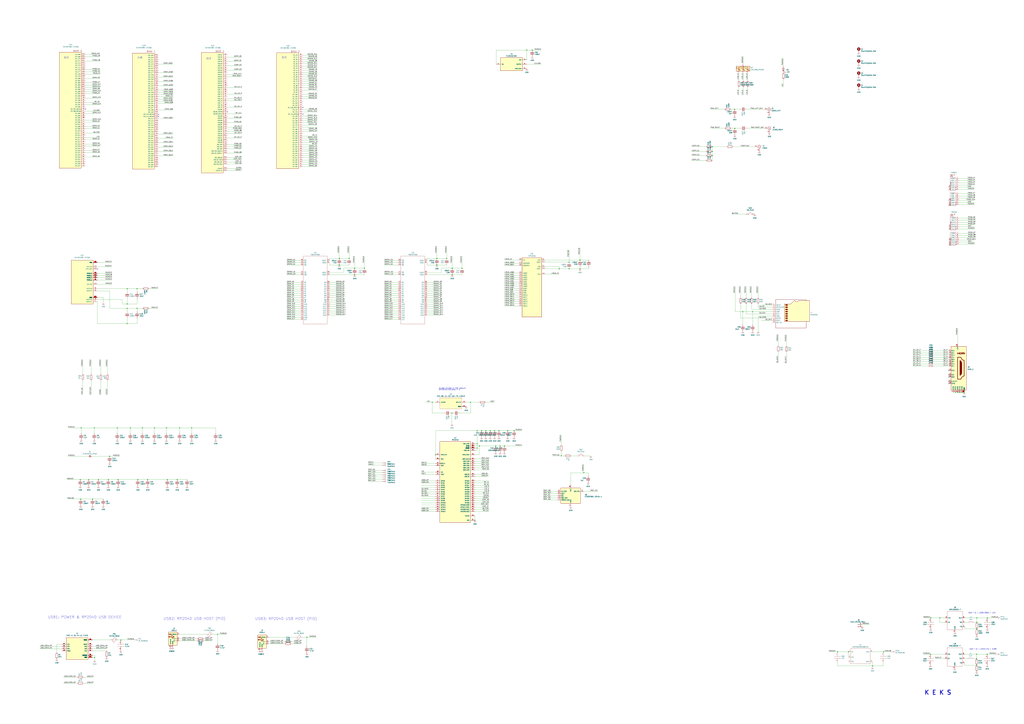
<source format=kicad_sch>
(kicad_sch (version 20211123) (generator eeschema)
  (paper "A0")
  (title_block (title "Keks Game Console") (date "2022-09-06") (rev "V1") (company "Copyright © 2022 Lone Dynamics Corporation"))
  (junction (at 501.904 467.36))
  (junction (at 546.354 467.36))
  (junction (at 862.457 362.077))
  (junction (at 564.134 500.38))
  (junction (at 147.701 376.047))
  (junction (at 1146.429 717.931))
  (junction (at 673.481 302.133))
  (junction (at 536.448 311.658))
  (junction (at 222.504 497.078))
  (junction (at 518.668 300.228))
  (junction (at 569.214 500.38))
  (junction (at 194.31 557.276))
  (junction (at 411.734 311.658))
  (junction (at 985.139 757.301))
  (junction (at 853.186 149.098))
  (junction (at 827.278 176.022))
  (junction (at 147.701 335.407))
  (junction (at 114.3 557.276))
  (junction (at 611.632 58.166))
  (junction (at 1133.983 772.795))
  (junction (at 1133.983 760.095))
  (junction (at 423.164 311.658))
  (junction (at 1146.175 760.095))
  (junction (at 147.701 358.267))
  (junction (at 677.799 549.275))
  (junction (at 208.534 497.078))
  (junction (at 1109.345 455.803))
  (junction (at 873.887 362.077))
  (junction (at 1111.885 455.803))
  (junction (at 393.954 300.228))
  (junction (at 1025.779 757.301))
  (junction (at 559.054 500.38))
  (junction (at 93.726 579.882))
  (junction (at 579.374 500.38))
  (junction (at 405.384 300.228))
  (junction (at 160.02 557.276))
  (junction (at 102.87 557.276))
  (junction (at 1119.505 455.803))
  (junction (at 179.324 497.078))
  (junction (at 109.855 763.905))
  (junction (at 556.514 518.16))
  (junction (at 252.603 736.981))
  (junction (at 575.564 518.16))
  (junction (at 411.734 319.278))
  (junction (at 553.974 500.38))
  (junction (at 159.131 335.407))
  (junction (at 551.434 604.52))
  (junction (at 827.278 180.848))
  (junction (at 574.294 500.38))
  (junction (at 660.781 304.673))
  (junction (at 507.238 300.228))
  (junction (at 1013.079 773.811))
  (junction (at 673.481 312.293))
  (junction (at 159.131 358.267))
  (junction (at 1091.311 717.931))
  (junction (at 1134.237 717.931))
  (junction (at 107.442 579.882))
  (junction (at 147.701 353.187))
  (junction (at 852.932 127))
  (junction (at 585.724 518.16))
  (junction (at 596.9 500.38))
  (junction (at 125.73 557.276))
  (junction (at 193.294 497.078))
  (junction (at 94.234 497.078))
  (junction (at 1116.965 455.803))
  (junction (at 171.45 557.276))
  (junction (at 580.644 518.16))
  (junction (at 356.362 740.41))
  (junction (at 1080.389 760.095))
  (junction (at 651.764 529.59))
  (junction (at 525.018 319.278))
  (junction (at 1080.643 717.931))
  (junction (at 127.254 530.098))
  (junction (at 972.439 757.301))
  (junction (at 553.974 515.62))
  (junction (at 525.018 311.658))
  (junction (at 109.474 497.078))
  (junction (at 136.144 497.078))
  (junction (at 1114.425 455.803))
  (junction (at 589.534 500.38))
  (junction (at 507.238 307.848))
  (junction (at 524.764 480.06))
  (junction (at 93.218 557.276))
  (junction (at 140.335 743.585))
  (junction (at 151.384 497.078))
  (junction (at 393.954 307.848))
  (junction (at 505.714 528.32))
  (junction (at 1134.237 730.631))
  (junction (at 205.74 557.276))
  (junction (at 1133.983 765.175))
  (junction (at 660.781 312.293))
  (junction (at 1134.237 723.011))
  (junction (at 649.351 312.293))
  (junction (at 553.974 520.7))
  (junction (at 827.278 170.434))
  (junction (at 617.982 58.166))
  (junction (at 137.16 557.276))
  (junction (at 165.354 497.078))
  (no_connect (at 113.157 312.547))
  (no_connect (at 184.15 135.382))
  (no_connect (at 1101.725 445.643))
  (no_connect (at 1101.725 443.103))
  (no_connect (at 1101.725 438.023))
  (no_connect (at 1101.725 435.483))
  (no_connect (at 1101.725 430.403))
  (no_connect (at 99.314 126.746))
  (no_connect (at 264.16 129.794))
  (no_connect (at 184.15 132.842))
  (no_connect (at 351.79 124.968))
  (no_connect (at 351.79 132.588))
  (wire (pts (xy 77.978 579.882) (xy 93.726 579.882)))
  (wire (pts (xy 349.504 348.488) (xy 332.994 348.488)))
  (wire (pts (xy 602.361 317.373) (xy 585.851 317.373)))
  (wire (pts (xy 349.504 345.948) (xy 332.994 345.948)))
  (wire (pts (xy 505.714 528.32) (xy 505.714 500.38)))
  (wire (pts (xy 1130.935 723.011) (xy 1134.237 723.011)))
  (wire (pts (xy 411.734 311.658) (xy 423.164 311.658)))
  (wire (pts (xy 1133.983 760.095) (xy 1133.983 765.175)))
  (wire (pts (xy 222.504 503.428) (xy 222.504 497.078)))
  (wire (pts (xy 147.701 339.217) (xy 147.701 335.407)))
  (wire (pts (xy 349.504 338.328) (xy 332.994 338.328)))
  (wire (pts (xy 115.824 101.346) (xy 99.314 101.346)))
  (wire (pts (xy 824.738 127) (xy 841.248 127)))
  (wire (pts (xy 673.481 312.293) (xy 673.481 309.753)))
  (wire (pts (xy 171.45 557.276) (xy 194.31 557.276)))
  (wire (pts (xy 208.153 742.061) (xy 228.981 742.061)))
  (wire (pts (xy 569.214 500.38) (xy 574.294 500.38)))
  (wire (pts (xy 505.714 566.42) (xy 489.204 566.42)))
  (wire (pts (xy 617.982 58.166) (xy 628.142 58.166)))
  (wire (pts (xy 1097.407 723.011) (xy 1091.311 723.011)))
  (wire (pts (xy 512.318 311.658) (xy 525.018 311.658)))
  (wire (pts (xy 567.944 566.42) (xy 551.434 566.42)))
  (wire (pts (xy 115.824 182.626) (xy 99.314 182.626)))
  (wire (pts (xy 651.764 516.89) (xy 651.764 505.46)))
  (wire (pts (xy 553.974 515.62) (xy 553.974 500.38)))
  (wire (pts (xy 851.408 170.434) (xy 876.554 170.434)))
  (wire (pts (xy 647.319 573.405) (xy 630.809 573.405)))
  (wire (pts (xy 107.315 751.205) (xy 124.333 751.205)))
  (wire (pts (xy 1080.643 717.931) (xy 1091.311 717.931)))
  (wire (pts (xy 495.808 328.168) (xy 512.318 328.168)))
  (wire (pts (xy 427.482 556.768) (xy 443.992 556.768)))
  (wire (pts (xy 115.824 83.566) (xy 99.314 83.566)))
  (wire (pts (xy 462.788 338.328) (xy 446.278 338.328)))
  (wire (pts (xy 368.3 137.668) (xy 351.79 137.668)))
  (wire (pts (xy 518.668 300.228) (xy 518.668 286.258)))
  (wire (pts (xy 567.944 586.74) (xy 551.434 586.74)))
  (wire (pts (xy 382.524 353.568) (xy 399.034 353.568)))
  (wire (pts (xy 1109.345 455.803) (xy 1111.885 455.803)))
  (wire (pts (xy 505.714 579.12) (xy 489.204 579.12)))
  (wire (pts (xy 551.434 528.32) (xy 556.514 528.32)))
  (wire (pts (xy 115.824 65.786) (xy 99.314 65.786)))
  (wire (pts (xy 551.434 520.7) (xy 553.974 520.7)))
  (wire (pts (xy 462.788 358.648) (xy 446.278 358.648)))
  (wire (pts (xy 127.381 337.947) (xy 127.381 358.267)))
  (wire (pts (xy 852.932 127) (xy 859.282 127)))
  (wire (pts (xy 46.101 751.205) (xy 71.755 751.205)))
  (wire (pts (xy 208.534 497.078) (xy 222.504 497.078)))
  (wire (pts (xy 349.504 328.168) (xy 332.994 328.168)))
  (wire (pts (xy 159.131 353.187) (xy 159.131 346.837)))
  (wire (pts (xy 368.3 163.068) (xy 351.79 163.068)))
  (wire (pts (xy 96.266 458.47) (xy 96.266 441.96)))
  (wire (pts (xy 1025.779 757.301) (xy 1013.079 757.301)))
  (wire (pts (xy 849.122 149.098) (xy 853.186 149.098)))
  (wire (pts (xy 349.504 307.848) (xy 332.994 307.848)))
  (wire (pts (xy 1083.437 420.243) (xy 1101.725 420.243)))
  (wire (pts (xy 495.808 316.738) (xy 512.318 316.738)))
  (wire (pts (xy 115.824 70.866) (xy 99.314 70.866)))
  (wire (pts (xy 1072.007 717.931) (xy 1080.643 717.931)))
  (wire (pts (xy 1131.189 217.551) (xy 1113.409 217.551)))
  (wire (pts (xy 1013.079 768.731) (xy 1013.079 773.811)))
  (wire (pts (xy 280.67 170.434) (xy 264.16 170.434)))
  (wire (pts (xy 827.278 176.022) (xy 827.278 170.434)))
  (wire (pts (xy 200.66 109.982) (xy 184.15 109.982)))
  (wire (pts (xy 93.218 557.276) (xy 102.87 557.276)))
  (wire (pts (xy 208.153 744.601) (xy 228.981 744.601)))
  (wire (pts (xy 1131.443 273.685) (xy 1113.663 273.685)))
  (wire (pts (xy 1013.079 773.811) (xy 1013.079 775.081)))
  (wire (pts (xy 311.912 740.41) (xy 343.154 740.41)))
  (wire (pts (xy 115.824 147.066) (xy 99.314 147.066)))
  (wire (pts (xy 505.714 591.82) (xy 489.204 591.82)))
  (wire (pts (xy 280.67 190.754) (xy 264.16 190.754)))
  (wire (pts (xy 1120.267 723.011) (xy 1123.315 723.011)))
  (wire (pts (xy 868.172 110.236) (xy 868.172 101.346)))
  (wire (pts (xy 105.791 458.597) (xy 105.791 442.087)))
  (wire (pts (xy 115.824 169.926) (xy 99.314 169.926)))
  (wire (pts (xy 200.66 160.782) (xy 184.15 160.782)))
  (wire (pts (xy 602.361 308.483) (xy 585.851 308.483)))
  (wire (pts (xy 115.824 167.386) (xy 99.314 167.386)))
  (wire (pts (xy 349.504 351.028) (xy 332.994 351.028)))
  (wire (pts (xy 462.788 368.808) (xy 446.278 368.808)))
  (wire (pts (xy 200.66 104.902) (xy 184.15 104.902)))
  (wire (pts (xy 546.354 480.06) (xy 546.354 467.36)))
  (wire (pts (xy 866.902 127) (xy 887.984 127)))
  (wire (pts (xy 280.67 124.714) (xy 264.16 124.714)))
  (wire (pts (xy 368.3 66.548) (xy 351.79 66.548)))
  (wire (pts (xy 507.238 300.228) (xy 518.668 300.228)))
  (wire (pts (xy 382.524 307.848) (xy 393.954 307.848)))
  (wire (pts (xy 1131.189 215.011) (xy 1113.409 215.011)))
  (wire (pts (xy 1080.389 760.095) (xy 1097.153 760.095)))
  (wire (pts (xy 866.267 364.617) (xy 896.747 364.617)))
  (wire (pts (xy 423.164 311.658) (xy 423.164 297.688)))
  (wire (pts (xy 443.992 540.512) (xy 427.482 540.512)))
  (wire (pts (xy 73.533 793.877) (xy 89.535 793.877)))
  (wire (pts (xy 382.524 302.768) (xy 382.524 300.228)))
  (wire (pts (xy 585.724 518.16) (xy 606.044 518.16)))
  (wire (pts (xy 602.361 350.393) (xy 585.851 350.393)))
  (wire (pts (xy 867.156 149.098) (xy 888.238 149.098)))
  (wire (pts (xy 368.3 135.128) (xy 351.79 135.128)))
  (wire (pts (xy 368.3 191.008) (xy 351.79 191.008)))
  (wire (pts (xy 107.315 761.365) (xy 109.855 761.365)))
  (wire (pts (xy 649.351 312.293) (xy 660.781 312.293)))
  (wire (pts (xy 972.439 757.301) (xy 985.139 757.301)))
  (wire (pts (xy 567.944 589.28) (xy 551.434 589.28)))
  (wire (pts (xy 872.617 345.567) (xy 872.617 332.867)))
  (wire (pts (xy 462.788 330.708) (xy 446.278 330.708)))
  (wire (pts (xy 683.641 302.133) (xy 673.481 302.133)))
  (wire (pts (xy 393.954 300.228) (xy 393.954 286.258)))
  (wire (pts (xy 567.944 571.5) (xy 551.434 571.5)))
  (wire (pts (xy 151.384 503.428) (xy 151.384 497.078)))
  (wire (pts (xy 862.457 362.077) (xy 853.567 362.077)))
  (wire (pts (xy 115.824 114.046) (xy 99.314 114.046)))
  (wire (pts (xy 505.714 467.36) (xy 501.904 467.36)))
  (wire (pts (xy 686.054 529.59) (xy 679.704 529.59)))
  (wire (pts (xy 495.808 335.788) (xy 512.318 335.788)))
  (wire (pts (xy 1060.069 422.783) (xy 1078.357 422.783)))
  (wire (pts (xy 368.3 91.948) (xy 351.79 91.948)))
  (wire (pts (xy 142.113 348.107) (xy 142.113 353.187)))
  (wire (pts (xy 495.808 363.728) (xy 512.318 363.728)))
  (wire (pts (xy 115.824 96.266) (xy 99.314 96.266)))
  (wire (pts (xy 505.714 541.02) (xy 489.204 541.02)))
  (wire (pts (xy 462.788 305.308) (xy 446.278 305.308)))
  (wire (pts (xy 985.139 763.651) (xy 985.139 757.301)))
  (wire (pts (xy 576.072 58.166) (xy 611.632 58.166)))
  (wire (pts (xy 553.974 520.7) (xy 553.974 515.62)))
  (wire (pts (xy 651.764 529.59) (xy 641.604 529.59)))
  (wire (pts (xy 151.384 497.078) (xy 165.354 497.078)))
  (wire (pts (xy 1060.069 420.243) (xy 1078.357 420.243)))
  (wire (pts (xy 280.67 185.674) (xy 264.16 185.674)))
  (wire (pts (xy 147.701 376.047) (xy 159.131 376.047)))
  (wire (pts (xy 602.361 322.453) (xy 585.851 322.453)))
  (wire (pts (xy 382.524 305.308) (xy 382.524 307.848)))
  (wire (pts (xy 208.534 503.428) (xy 208.534 497.078)))
  (wire (pts (xy 1131.189 207.391) (xy 1113.409 207.391)))
  (wire (pts (xy 1131.443 276.225) (xy 1113.663 276.225)))
  (wire (pts (xy 462.788 363.728) (xy 446.278 363.728)))
  (wire (pts (xy 113.157 376.047) (xy 147.701 376.047)))
  (wire (pts (xy 368.3 114.808) (xy 351.79 114.808)))
  (wire (pts (xy 1131.443 278.765) (xy 1113.663 278.765)))
  (wire (pts (xy 1131.443 281.305) (xy 1113.663 281.305)))
  (wire (pts (xy 200.66 176.022) (xy 184.15 176.022)))
  (wire (pts (xy 462.788 333.248) (xy 446.278 333.248)))
  (wire (pts (xy 873.887 377.317) (xy 873.887 362.077)))
  (wire (pts (xy 109.474 503.428) (xy 109.474 497.078)))
  (wire (pts (xy 553.974 523.24) (xy 553.974 520.7)))
  (wire (pts (xy 505.714 581.66) (xy 489.204 581.66)))
  (wire (pts (xy 564.134 467.36) (xy 574.294 467.36)))
  (wire (pts (xy 78.994 497.078) (xy 94.234 497.078)))
  (wire (pts (xy 382.524 338.328) (xy 399.034 338.328)))
  (wire (pts (xy 368.3 86.868) (xy 351.79 86.868)))
  (wire (pts (xy 125.73 557.276) (xy 137.16 557.276)))
  (wire (pts (xy 73.533 786.765) (xy 89.535 786.765)))
  (wire (pts (xy 280.67 172.974) (xy 264.16 172.974)))
  (wire (pts (xy 349.504 335.788) (xy 332.994 335.788)))
  (wire (pts (xy 115.824 81.026) (xy 99.314 81.026)))
  (wire (pts (xy 567.944 543.56) (xy 551.434 543.56)))
  (wire (pts (xy 1116.965 455.803) (xy 1119.505 455.803)))
  (wire (pts (xy 97.155 793.877) (xy 108.331 793.877)))
  (wire (pts (xy 525.018 319.278) (xy 536.448 319.278)))
  (wire (pts (xy 200.66 165.862) (xy 184.15 165.862)))
  (wire (pts (xy 129.667 325.247) (xy 113.157 325.247)))
  (wire (pts (xy 129.667 322.707) (xy 113.157 322.707)))
  (wire (pts (xy 1131.443 263.525) (xy 1113.663 263.525)))
  (wire (pts (xy 495.808 319.278) (xy 525.018 319.278)))
  (wire (pts (xy 1131.443 258.445) (xy 1113.663 258.445)))
  (wire (pts (xy 567.944 581.66) (xy 551.434 581.66)))
  (wire (pts (xy 382.524 363.728) (xy 399.034 363.728)))
  (wire (pts (xy 382.524 358.648) (xy 399.034 358.648)))
  (wire (pts (xy 859.917 345.567) (xy 859.917 332.867)))
  (wire (pts (xy 1083.437 410.083) (xy 1101.725 410.083)))
  (wire (pts (xy 868.172 93.726) (xy 868.172 84.836)))
  (wire (pts (xy 368.3 94.488) (xy 351.79 94.488)))
  (wire (pts (xy 495.808 333.248) (xy 512.318 333.248)))
  (wire (pts (xy 280.67 117.094) (xy 264.16 117.094)))
  (wire (pts (xy 382.524 300.228) (xy 393.954 300.228)))
  (wire (pts (xy 589.534 500.38) (xy 596.9 500.38)))
  (wire (pts (xy 115.824 86.106) (xy 99.314 86.106)))
  (wire (pts (xy 109.855 763.905) (xy 107.315 763.905)))
  (wire (pts (xy 399.034 316.738) (xy 399.034 311.658)))
  (wire (pts (xy 505.714 558.8) (xy 489.204 558.8)))
  (wire (pts (xy 399.034 311.658) (xy 411.734 311.658)))
  (wire (pts (xy 913.257 422.021) (xy 913.257 409.321)))
  (wire (pts (xy 200.66 74.422) (xy 184.15 74.422)))
  (wire (pts (xy 349.504 356.108) (xy 332.994 356.108)))
  (wire (pts (xy 368.3 188.468) (xy 351.79 188.468)))
  (wire (pts (xy 880.237 367.157) (xy 880.237 384.937)))
  (wire (pts (xy 382.524 366.268) (xy 399.034 366.268)))
  (wire (pts (xy 349.504 319.278) (xy 332.994 319.278)))
  (wire (pts (xy 368.3 84.328) (xy 351.79 84.328)))
  (wire (pts (xy 368.3 79.248) (xy 351.79 79.248)))
  (wire (pts (xy 505.714 538.48) (xy 489.204 538.48)))
  (wire (pts (xy 462.788 366.268) (xy 446.278 366.268)))
  (wire (pts (xy 147.701 358.267) (xy 159.131 358.267)))
  (wire (pts (xy 127.254 530.098) (xy 138.684 530.098)))
  (wire (pts (xy 602.361 305.943) (xy 585.851 305.943)))
  (wire (pts (xy 46.101 753.745) (xy 71.755 753.745)))
  (wire (pts (xy 393.954 307.848) (xy 405.384 307.848)))
  (wire (pts (xy 896.747 354.457) (xy 884.047 354.457)))
  (wire (pts (xy 107.315 753.745) (xy 124.333 753.745)))
  (wire (pts (xy 462.788 319.278) (xy 446.278 319.278)))
  (wire (pts (xy 913.257 401.701) (xy 913.257 389.001)))
  (wire (pts (xy 580.644 518.16) (xy 585.724 518.16)))
  (wire (pts (xy 827.278 170.434) (xy 843.788 170.434)))
  (wire (pts (xy 159.131 339.217) (xy 159.131 335.407)))
  (wire (pts (xy 1001.141 725.551) (xy 1009.777 725.551)))
  (wire (pts (xy 280.67 101.854) (xy 264.16 101.854)))
  (wire (pts (xy 863.092 93.726) (xy 863.092 84.836)))
  (wire (pts (xy 65.913 758.063) (xy 65.913 748.665)))
  (wire (pts (xy 1083.437 415.163) (xy 1101.725 415.163)))
  (wire (pts (xy 368.3 81.788) (xy 351.79 81.788)))
  (wire (pts (xy 896.747 367.157) (xy 880.237 367.157)))
  (wire (pts (xy 382.524 319.278) (xy 411.734 319.278)))
  (wire (pts (xy 368.3 104.648) (xy 351.79 104.648)))
  (wire (pts (xy 338.328 745.49) (xy 349.504 745.49)))
  (wire (pts (xy 368.3 74.168) (xy 351.79 74.168)))
  (wire (pts (xy 280.67 142.494) (xy 264.16 142.494)))
  (wire (pts (xy 165.354 503.428) (xy 165.354 497.078)))
  (wire (pts (xy 863.092 74.676) (xy 863.092 65.786)))
  (wire (pts (xy 368.3 145.288) (xy 351.79 145.288)))
  (wire (pts (xy 505.714 551.18) (xy 489.204 551.18)))
  (wire (pts (xy 236.601 744.601) (xy 245.491 744.601)))
  (wire (pts (xy 179.324 497.078) (xy 193.294 497.078)))
  (wire (pts (xy 567.944 594.36) (xy 551.434 594.36)))
  (wire (pts (xy 147.701 346.837) (xy 147.701 353.187)))
  (wire (pts (xy 862.457 362.077) (xy 862.457 377.317)))
  (wire (pts (xy 462.788 335.788) (xy 446.278 335.788)))
  (wire (pts (xy 880.237 345.567) (xy 880.237 332.867)))
  (wire (pts (xy 252.603 747.649) (xy 252.603 736.981)))
  (wire (pts (xy 349.504 358.648) (xy 332.994 358.648)))
  (wire (pts (xy 200.66 112.522) (xy 184.15 112.522)))
  (wire (pts (xy 1133.983 760.095) (xy 1146.175 760.095)))
  (wire (pts (xy 368.3 112.268) (xy 351.79 112.268)))
  (wire (pts (xy 368.3 109.728) (xy 351.79 109.728)))
  (wire (pts (xy 602.361 330.073) (xy 585.851 330.073)))
  (wire (pts (xy 1146.429 717.931) (xy 1156.589 717.931)))
  (wire (pts (xy 147.701 353.187) (xy 159.131 353.187)))
  (wire (pts (xy 1025.779 757.301) (xy 1034.669 757.301)))
  (wire (pts (xy 113.157 350.647) (xy 113.157 376.047)))
  (wire (pts (xy 368.3 160.528) (xy 351.79 160.528)))
  (wire (pts (xy 553.974 500.38) (xy 559.054 500.38)))
  (wire (pts (xy 1131.189 237.871) (xy 1113.409 237.871)))
  (wire (pts (xy 115.824 131.826) (xy 99.314 131.826)))
  (wire (pts (xy 136.144 497.078) (xy 151.384 497.078)))
  (wire (pts (xy 200.66 170.942) (xy 184.15 170.942)))
  (wire (pts (xy 115.824 121.666) (xy 99.314 121.666)))
  (wire (pts (xy 551.434 518.16) (xy 556.514 518.16)))
  (wire (pts (xy 368.3 130.048) (xy 351.79 130.048)))
  (wire (pts (xy 338.328 748.03) (xy 349.504 748.03)))
  (wire (pts (xy 120.015 345.567) (xy 120.015 351.917)))
  (wire (pts (xy 1131.443 253.365) (xy 1113.663 253.365)))
  (wire (pts (xy 200.66 107.442) (xy 184.15 107.442)))
  (wire (pts (xy 1131.443 260.985) (xy 1113.663 260.985)))
  (wire (pts (xy 803.148 186.436) (xy 819.658 186.436)))
  (wire (pts (xy 280.67 167.894) (xy 264.16 167.894)))
  (wire (pts (xy 106.934 530.098) (xy 127.254 530.098)))
  (wire (pts (xy 602.361 335.153) (xy 585.851 335.153)))
  (wire (pts (xy 368.3 180.848) (xy 351.79 180.848)))
  (wire (pts (xy 107.442 579.882) (xy 119.888 579.882)))
  (wire (pts (xy 128.905 743.585) (xy 107.315 743.585)))
  (wire (pts (xy 632.841 309.753) (xy 649.351 309.753)))
  (wire (pts (xy 368.3 76.708) (xy 351.79 76.708)))
  (wire (pts (xy 1131.443 271.145) (xy 1113.663 271.145)))
  (wire (pts (xy 117.221 442.087) (xy 117.221 458.597)))
  (wire (pts (xy 858.012 110.236) (xy 858.012 101.346)))
  (wire (pts (xy 524.764 480.06) (xy 523.494 480.06)))
  (wire (pts (xy 368.3 183.388) (xy 351.79 183.388)))
  (wire (pts (xy 462.788 361.188) (xy 446.278 361.188)))
  (wire (pts (xy 602.361 319.913) (xy 585.851 319.913)))
  (wire (pts (xy 611.632 74.676) (xy 628.142 74.676)))
  (wire (pts (xy 567.944 535.94) (xy 551.434 535.94)))
  (wire (pts (xy 602.361 355.473) (xy 585.851 355.473)))
  (wire (pts (xy 1131.189 235.331) (xy 1113.409 235.331)))
  (wire (pts (xy 501.904 480.06) (xy 501.904 467.36)))
  (wire (pts (xy 368.3 140.208) (xy 351.79 140.208)))
  (wire (pts (xy 505.714 584.2) (xy 489.204 584.2)))
  (wire (pts (xy 909.574 101.092) (xy 909.574 92.202)))
  (wire (pts (xy 129.667 317.627) (xy 113.157 317.627)))
  (wire (pts (xy 896.747 356.997) (xy 880.237 356.997)))
  (wire (pts (xy 194.31 557.276) (xy 205.74 557.276)))
  (wire (pts (xy 115.824 154.686) (xy 99.314 154.686)))
  (wire (pts (xy 368.3 170.688) (xy 351.79 170.688)))
  (wire (pts (xy 200.66 181.102) (xy 184.15 181.102)))
  (wire (pts (xy 115.824 106.426) (xy 99.314 106.426)))
  (wire (pts (xy 1131.189 232.791) (xy 1113.409 232.791)))
  (wire (pts (xy 567.944 561.34) (xy 551.434 561.34)))
  (wire (pts (xy 505.714 500.38) (xy 553.974 500.38)))
  (wire (pts (xy 677.799 549.275) (xy 682.879 549.275)))
  (wire (pts (xy 411.734 311.658) (xy 411.734 297.688)))
  (wire (pts (xy 462.788 302.768) (xy 446.278 302.768)))
  (wire (pts (xy 896.747 359.537) (xy 872.617 359.537)))
  (wire (pts (xy 505.714 574.04) (xy 489.204 574.04)))
  (wire (pts (xy 349.504 330.708) (xy 332.994 330.708)))
  (wire (pts (xy 280.67 76.454) (xy 264.16 76.454)))
  (wire (pts (xy 524.764 480.06) (xy 524.764 492.76)))
  (wire (pts (xy 505.714 568.96) (xy 489.204 568.96)))
  (wire (pts (xy 567.944 576.58) (xy 551.434 576.58)))
  (wire (pts (xy 903.605 421.767) (xy 903.605 409.067)))
  (wire (pts (xy 694.309 570.865) (xy 677.799 570.865)))
  (wire (pts (xy 556.514 528.32) (xy 556.514 518.16)))
  (wire (pts (xy 117.221 417.957) (xy 117.221 434.467)))
  (wire (pts (xy 494.284 467.36) (xy 501.904 467.36)))
  (wire (pts (xy 647.319 578.485) (xy 630.809 578.485)))
  (wire (pts (xy 495.808 302.768) (xy 495.808 300.228)))
  (wire (pts (xy 280.67 150.114) (xy 264.16 150.114)))
  (wire (pts (xy 367.284 740.41) (xy 356.362 740.41)))
  (wire (pts (xy 1134.237 717.931) (xy 1146.429 717.931)))
  (wire (pts (xy 1083.437 407.543) (xy 1101.725 407.543)))
  (wire (pts (xy 655.574 529.59) (xy 651.764 529.59)))
  (wire (pts (xy 495.808 358.648) (xy 512.318 358.648)))
  (wire (pts (xy 546.354 467.36) (xy 541.274 467.36)))
  (wire (pts (xy 115.824 141.986) (xy 99.314 141.986)))
  (wire (pts (xy 147.701 369.697) (xy 147.701 376.047)))
  (wire (pts (xy 115.824 103.886) (xy 99.314 103.886)))
  (wire (pts (xy 200.66 94.742) (xy 184.15 94.742)))
  (wire (pts (xy 853.567 362.077) (xy 853.567 332.867)))
  (wire (pts (xy 78.994 530.098) (xy 101.854 530.098)))
  (wire (pts (xy 250.444 503.428) (xy 250.444 497.078)))
  (wire (pts (xy 495.808 305.308) (xy 495.808 307.848)))
  (wire (pts (xy 311.912 748.03) (xy 330.708 748.03)))
  (wire (pts (xy 662.559 549.275) (xy 677.799 549.275)))
  (wire (pts (xy 443.992 537.972) (xy 427.482 537.972)))
  (wire (pts (xy 368.3 127.508) (xy 351.79 127.508)))
  (wire (pts (xy 200.66 84.582) (xy 184.15 84.582)))
  (wire (pts (xy 1120.267 730.631) (xy 1134.237 730.631)))
  (wire (pts (xy 113.157 345.567) (xy 120.015 345.567)))
  (wire (pts (xy 368.3 64.008) (xy 351.79 64.008)))
  (wire (pts (xy 280.67 109.474) (xy 264.16 109.474)))
  (wire (pts (xy 567.944 568.96) (xy 551.434 568.96)))
  (wire (pts (xy 311.912 745.49) (xy 330.708 745.49)))
  (wire (pts (xy 507.238 300.228) (xy 507.238 286.258)))
  (wire (pts (xy 356.362 740.41) (xy 350.774 740.41)))
  (wire (pts (xy 579.374 500.38) (xy 589.534 500.38)))
  (wire (pts (xy 611.632 58.166) (xy 617.982 58.166)))
  (wire (pts (xy 495.808 343.408) (xy 512.318 343.408)))
  (wire (pts (xy 159.131 358.267) (xy 165.481 358.267)))
  (wire (pts (xy 368.3 175.768) (xy 351.79 175.768)))
  (wire (pts (xy 160.02 557.276) (xy 171.45 557.276)))
  (wire (pts (xy 495.808 330.708) (xy 512.318 330.708)))
  (wire (pts (xy 102.87 557.276) (xy 114.3 557.276)))
  (wire (pts (xy 505.714 561.34) (xy 489.204 561.34)))
  (wire (pts (xy 1131.189 212.471) (xy 1113.409 212.471)))
  (wire (pts (xy 683.641 312.293) (xy 683.641 309.753)))
  (wire (pts (xy 866.267 345.567) (xy 866.267 332.867)))
  (wire (pts (xy 651.764 524.51) (xy 651.764 529.59)))
  (wire (pts (xy 1131.189 225.171) (xy 1113.409 225.171)))
  (wire (pts (xy 495.808 338.328) (xy 512.318 338.328)))
  (wire (pts (xy 567.944 551.18) (xy 551.434 551.18)))
  (wire (pts (xy 505.714 571.5) (xy 489.204 571.5)))
  (wire (pts (xy 1083.437 417.703) (xy 1101.725 417.703)))
  (wire (pts (xy 159.131 362.077) (xy 159.131 358.267)))
  (wire (pts (xy 109.855 767.207) (xy 109.855 763.905)))
  (wire (pts (xy 280.67 198.374) (xy 264.16 198.374)))
  (wire (pts (xy 1083.437 422.783) (xy 1101.725 422.783)))
  (wire (pts (xy 602.361 302.133) (xy 585.851 302.133)))
  (wire (pts (xy 349.504 333.248) (xy 332.994 333.248)))
  (wire (pts (xy 368.3 97.028) (xy 351.79 97.028)))
  (wire (pts (xy 872.617 359.537) (xy 872.617 353.187)))
  (wire (pts (xy 673.481 302.133) (xy 673.481 288.163)))
  (wire (pts (xy 382.524 328.168) (xy 399.034 328.168)))
  (wire (pts (xy 137.16 557.276) (xy 160.02 557.276)))
  (wire (pts (xy 1120.013 770.255) (xy 1120.013 772.795)))
  (wire (pts (xy 632.841 312.293) (xy 649.351 312.293)))
  (wire (pts (xy 505.714 589.28) (xy 489.204 589.28)))
  (wire (pts (xy 382.524 335.788) (xy 399.034 335.788)))
  (wire (pts (xy 349.504 366.268) (xy 332.994 366.268)))
  (wire (pts (xy 567.944 553.72) (xy 551.434 553.72)))
  (wire (pts (xy 1111.885 455.803) (xy 1114.425 455.803)))
  (wire (pts (xy 1120.013 772.795) (xy 1133.983 772.795)))
  (wire (pts (xy 567.944 558.8) (xy 551.434 558.8)))
  (wire (pts (xy 596.9 500.38) (xy 606.044 500.38)))
  (wire (pts (xy 65.913 748.665) (xy 71.755 748.665)))
  (wire (pts (xy 495.808 307.848) (xy 507.238 307.848)))
  (wire (pts (xy 462.788 371.348) (xy 446.278 371.348)))
  (wire (pts (xy 507.238 307.848) (xy 518.668 307.848)))
  (wire (pts (xy 94.234 497.078) (xy 109.474 497.078)))
  (wire (pts (xy 853.186 149.098) (xy 859.536 149.098)))
  (wire (pts (xy 1111.885 399.923) (xy 1111.885 381.635)))
  (wire (pts (xy 632.841 318.643) (xy 649.351 318.643)))
  (wire (pts (xy 1106.805 455.803) (xy 1109.345 455.803)))
  (wire (pts (xy 382.524 343.408) (xy 399.034 343.408)))
  (wire (pts (xy 147.701 335.407) (xy 159.131 335.407)))
  (wire (pts (xy 1134.237 717.931) (xy 1134.237 723.011)))
  (wire (pts (xy 567.944 591.82) (xy 551.434 591.82)))
  (wire (pts (xy 382.524 351.028) (xy 399.034 351.028)))
  (wire (pts (xy 526.034 480.06) (xy 524.764 480.06)))
  (wire (pts (xy 1060.069 412.623) (xy 1078.357 412.623)))
  (wire (pts (xy 349.504 316.738) (xy 332.994 316.738)))
  (wire (pts (xy 602.361 347.853) (xy 585.851 347.853)))
  (wire (pts (xy 896.747 362.077) (xy 873.887 362.077)))
  (wire (pts (xy 677.799 539.75) (xy 677.799 549.275)))
  (wire (pts (xy 280.67 66.294) (xy 264.16 66.294)))
  (wire (pts (xy 495.808 356.108) (xy 512.318 356.108)))
  (wire (pts (xy 505.714 586.74) (xy 489.204 586.74)))
  (wire (pts (xy 113.157 337.947) (xy 127.381 337.947)))
  (wire (pts (xy 427.482 546.608) (xy 443.992 546.608)))
  (wire (pts (xy 200.66 99.822) (xy 184.15 99.822)))
  (wire (pts (xy 427.482 549.148) (xy 443.992 549.148)))
  (wire (pts (xy 682.879 549.275) (xy 682.879 553.085)))
  (wire (pts (xy 205.74 557.276) (xy 217.17 557.276)))
  (wire (pts (xy 97.155 786.765) (xy 108.331 786.765)))
  (wire (pts (xy 382.524 340.868) (xy 399.034 340.868)))
  (wire (pts (xy 462.788 340.868) (xy 446.278 340.868)))
  (wire (pts (xy 462.788 348.488) (xy 446.278 348.488)))
  (wire (pts (xy 1131.443 283.845) (xy 1113.663 283.845)))
  (wire (pts (xy 505.714 594.36) (xy 489.204 594.36)))
  (wire (pts (xy 349.504 371.348) (xy 332.994 371.348)))
  (wire (pts (xy 280.67 155.194) (xy 264.16 155.194)))
  (wire (pts (xy 567.944 563.88) (xy 551.434 563.88)))
  (wire (pts (xy 1120.267 717.931) (xy 1134.237 717.931)))
  (wire (pts (xy 669.544 529.59) (xy 663.194 529.59)))
  (wire (pts (xy 1131.189 227.711) (xy 1113.409 227.711)))
  (wire (pts (xy 574.294 500.38) (xy 579.374 500.38)))
  (wire (pts (xy 649.351 309.753) (xy 649.351 312.293)))
  (wire (pts (xy 880.237 356.997) (xy 880.237 353.187)))
  (wire (pts (xy 280.67 195.834) (xy 264.16 195.834)))
  (wire (pts (xy 567.944 546.1) (xy 551.434 546.1)))
  (wire (pts (xy 1091.311 723.011) (xy 1091.311 717.931)))
  (wire (pts (xy 222.504 497.078) (xy 250.444 497.078)))
  (wire (pts (xy 505.714 563.88) (xy 489.204 563.88)))
  (wire (pts (xy 115.824 177.546) (xy 99.314 177.546)))
  (wire (pts (xy 349.504 363.728) (xy 332.994 363.728)))
  (wire (pts (xy 824.992 149.098) (xy 841.502 149.098)))
  (wire (pts (xy 1025.779 770.001) (xy 1025.779 773.811)))
  (wire (pts (xy 495.808 345.948) (xy 512.318 345.948)))
  (wire (pts (xy 280.67 81.534) (xy 264.16 81.534)))
  (wire (pts (xy 368.3 152.908) (xy 351.79 152.908)))
  (wire (pts (xy 858.012 93.726) (xy 858.012 84.836)))
  (wire (pts (xy 567.944 574.04) (xy 551.434 574.04)))
  (wire (pts (xy 602.361 342.773) (xy 585.851 342.773)))
  (wire (pts (xy 382.524 348.488) (xy 399.034 348.488)))
  (wire (pts (xy 179.324 503.428) (xy 179.324 497.078)))
  (wire (pts (xy 382.524 361.188) (xy 399.034 361.188)))
  (wire (pts (xy 159.131 335.407) (xy 165.481 335.407)))
  (wire (pts (xy 368.3 102.108) (xy 351.79 102.108)))
  (wire (pts (xy 495.808 366.268) (xy 512.318 366.268)))
  (wire (pts (xy 1114.425 455.803) (xy 1116.965 455.803)))
  (wire (pts (xy 115.824 162.306) (xy 99.314 162.306)))
  (wire (pts (xy 368.3 168.148) (xy 351.79 168.148)))
  (wire (pts (xy 567.944 538.48) (xy 551.434 538.48)))
  (wire (pts (xy 859.917 369.697) (xy 896.747 369.697)))
  (wire (pts (xy 866.267 364.617) (xy 866.267 353.187)))
  (wire (pts (xy 140.335 743.585) (xy 155.575 743.585)))
  (wire (pts (xy 349.504 353.568) (xy 332.994 353.568)))
  (wire (pts (xy 1131.443 266.065) (xy 1113.663 266.065)))
  (wire (pts (xy 105.791 434.467) (xy 105.791 417.957)))
  (wire (pts (xy 1060.069 415.163) (xy 1078.357 415.163)))
  (wire (pts (xy 208.153 736.981) (xy 239.395 736.981)))
  (wire (pts (xy 280.67 137.414) (xy 264.16 137.414)))
  (wire (pts (xy 602.361 340.233) (xy 585.851 340.233)))
  (wire (pts (xy 564.134 500.38) (xy 569.214 500.38)))
  (wire (pts (xy 159.131 376.047) (xy 159.131 369.697)))
  (wire (pts (xy 575.564 518.16) (xy 580.644 518.16)))
  (wire (pts (xy 495.808 340.868) (xy 512.318 340.868)))
  (wire (pts (xy 129.667 320.167) (xy 113.157 320.167)))
  (wire (pts (xy 495.808 351.028) (xy 512.318 351.028)))
  (wire (pts (xy 129.667 304.927) (xy 113.157 304.927)))
  (wire (pts (xy 551.434 515.62) (xy 553.974 515.62)))
  (wire (pts (xy 462.788 307.848) (xy 446.278 307.848)))
  (wire (pts (xy 368.3 142.748) (xy 351.79 142.748)))
  (wire (pts (xy 368.3 193.548) (xy 351.79 193.548)))
  (wire (pts (xy 903.605 401.447) (xy 903.605 388.747)))
  (wire (pts (xy 512.318 316.738) (xy 512.318 311.658)))
  (wire (pts (xy 280.67 114.554) (xy 264.16 114.554)))
  (wire (pts (xy 280.67 89.154) (xy 264.16 89.154)))
  (wire (pts (xy 280.67 178.054) (xy 264.16 178.054)))
  (wire (pts (xy 611.632 69.596) (xy 611.632 58.166)))
  (wire (pts (xy 1146.175 760.095) (xy 1156.335 760.095)))
  (wire (pts (xy 859.917 369.697) (xy 859.917 353.187)))
  (wire (pts (xy 349.504 343.408) (xy 332.994 343.408)))
  (wire (pts (xy 109.474 497.078) (xy 136.144 497.078)))
  (wire (pts (xy 124.841 417.957) (xy 124.841 434.467)))
  (wire (pts (xy 115.824 63.246) (xy 99.314 63.246)))
  (wire (pts (xy 393.954 300.228) (xy 405.384 300.228)))
  (wire (pts (xy 280.67 188.214) (xy 264.16 188.214)))
  (wire (pts (xy 1120.013 765.175) (xy 1123.061 765.175)))
  (wire (pts (xy 200.66 120.142) (xy 184.15 120.142)))
  (wire (pts (xy 368.3 147.828) (xy 351.79 147.828)))
  (wire (pts (xy 165.354 497.078) (xy 179.324 497.078)))
  (wire (pts (xy 252.603 736.981) (xy 247.015 736.981)))
  (wire (pts (xy 602.361 324.993) (xy 585.851 324.993)))
  (wire (pts (xy 1060.069 417.703) (xy 1078.357 417.703)))
  (wire (pts (xy 127.381 358.267) (xy 147.701 358.267)))
  (wire (pts (xy 536.448 311.658) (xy 536.448 297.688)))
  (wire (pts (xy 193.294 503.428) (xy 193.294 497.078)))
  (wire (pts (xy 427.482 554.228) (xy 443.992 554.228)))
  (wire (pts (xy 495.808 348.488) (xy 512.318 348.488)))
  (wire (pts (xy 280.67 71.374) (xy 264.16 71.374)))
  (wire (pts (xy 1060.069 410.083) (xy 1078.357 410.083)))
  (wire (pts (xy 559.054 500.38) (xy 564.134 500.38)))
  (wire (pts (xy 368.3 71.628) (xy 351.79 71.628)))
  (wire (pts (xy 200.66 117.602) (xy 184.15 117.602)))
  (wire (pts (xy 803.148 176.022) (xy 819.658 176.022)))
  (wire (pts (xy 280.67 86.614) (xy 264.16 86.614)))
  (wire (pts (xy 193.294 497.078) (xy 208.534 497.078)))
  (wire (pts (xy 280.67 132.334) (xy 264.16 132.334)))
  (wire (pts (xy 556.514 518.16) (xy 575.564 518.16)))
  (wire (pts (xy 349.504 340.868) (xy 332.994 340.868)))
  (wire (pts (xy 382.524 345.948) (xy 399.034 345.948)))
  (wire (pts (xy 129.667 310.007) (xy 113.157 310.007)))
  (wire (pts (xy 142.113 353.187) (xy 147.701 353.187)))
  (wire (pts (xy 462.788 356.108) (xy 446.278 356.108)))
  (wire (pts (xy 382.524 356.108) (xy 399.034 356.108)))
  (wire (pts (xy 567.944 541.02) (xy 551.434 541.02)))
  (wire (pts (xy 662.559 563.245) (xy 662.559 549.275)))
  (wire (pts (xy 382.524 316.738) (xy 399.034 316.738)))
  (wire (pts (xy 551.434 523.24) (xy 553.974 523.24)))
  (wire (pts (xy 236.601 742.061) (xy 245.491 742.061)))
  (wire (pts (xy 94.234 503.428) (xy 94.234 497.078)))
  (wire (pts (xy 173.101 358.267) (xy 183.261 358.267)))
  (wire (pts (xy 349.504 302.768) (xy 332.994 302.768)))
  (wire (pts (xy 495.808 353.568) (xy 512.318 353.568)))
  (wire (pts (xy 1060.069 425.323) (xy 1078.357 425.323)))
  (wire (pts (xy 1131.189 209.931) (xy 1113.409 209.931)))
  (wire (pts (xy 368.3 89.408) (xy 351.79 89.408)))
  (wire (pts (xy 462.788 351.028) (xy 446.278 351.028)))
  (wire (pts (xy 632.841 304.673) (xy 660.781 304.673)))
  (wire (pts (xy 124.841 442.087) (xy 124.841 458.597)))
  (wire (pts (xy 200.66 115.062) (xy 184.15 115.062)))
  (wire (pts (xy 873.887 362.077) (xy 862.457 362.077)))
  (wire (pts (xy 1130.681 765.175) (xy 1133.983 765.175)))
  (wire (pts (xy 405.384 300.228) (xy 405.384 286.258)))
  (wire (pts (xy 368.3 69.088) (xy 351.79 69.088)))
  (wire (pts (xy 972.439 773.811) (xy 972.439 770.001)))
  (wire (pts (xy 660.781 304.673) (xy 660.781 290.703)))
  (wire (pts (xy 602.361 337.693) (xy 585.851 337.693)))
  (wire (pts (xy 1060.069 407.543) (xy 1078.357 407.543)))
  (wire (pts (xy 632.841 302.133) (xy 673.481 302.133)))
  (wire (pts (xy 909.574 76.962) (xy 909.574 68.072)))
  (wire (pts (xy 962.279 757.301) (xy 972.439 757.301)))
  (wire (pts (xy 107.315 756.285) (xy 123.825 756.285)))
  (wire (pts (xy 147.701 362.077) (xy 147.701 358.267)))
  (wire (pts (xy 505.714 548.64) (xy 489.204 548.64)))
  (wire (pts (xy 863.092 110.236) (xy 863.092 101.346)))
  (wire (pts (xy 462.788 345.948) (xy 446.278 345.948)))
  (wire (pts (xy 368.3 173.228) (xy 351.79 173.228)))
  (wire (pts (xy 673.481 312.293) (xy 683.641 312.293)))
  (wire (pts (xy 525.018 311.658) (xy 536.448 311.658)))
  (wire (pts (xy 849.63 248.92) (xy 866.14 248.92)))
  (wire (pts (xy 462.788 316.738) (xy 446.278 316.738)))
  (wire (pts (xy 505.714 533.4) (xy 505.714 528.32)))
  (wire (pts (xy 848.868 127) (xy 852.932 127)))
  (wire (pts (xy 280.67 147.574) (xy 264.16 147.574)))
  (wire (pts (xy 263.525 736.981) (xy 252.603 736.981)))
  (wire (pts (xy 567.944 579.12) (xy 551.434 579.12)))
  (wire (pts (xy 1025.779 773.811) (xy 1013.079 773.811)))
  (wire (pts (xy 200.66 155.702) (xy 184.15 155.702)))
  (wire (pts (xy 567.944 533.4) (xy 551.434 533.4)))
  (wire (pts (xy 136.525 743.585) (xy 140.335 743.585)))
  (wire (pts (xy 1083.437 425.323) (xy 1101.725 425.323)))
  (wire (pts (xy 1131.443 255.905) (xy 1113.663 255.905)))
  (wire (pts (xy 647.319 581.025) (xy 630.809 581.025)))
  (wire (pts (xy 647.319 570.865) (xy 630.809 570.865)))
  (wire (pts (xy 115.824 129.286) (xy 99.314 129.286)))
  (wire (pts (xy 1120.013 760.095) (xy 1133.983 760.095)))
  (wire (pts (xy 115.824 91.186) (xy 99.314 91.186)))
  (wire (pts (xy 602.361 332.613) (xy 585.851 332.613)))
  (wire (pts (xy 200.66 89.662) (xy 184.15 89.662)))
  (wire (pts (xy 896.747 372.237) (xy 884.047 372.237)))
  (wire (pts (xy 1120.267 728.091) (xy 1120.267 730.631)))
  (wire (pts (xy 427.482 559.308) (xy 443.992 559.308)))
  (wire (pts (xy 647.319 575.945) (xy 630.809 575.945)))
  (wire (pts (xy 462.788 353.568) (xy 446.278 353.568)))
  (wire (pts (xy 349.504 361.188) (xy 332.994 361.188)))
  (wire (pts (xy 115.824 139.446) (xy 99.314 139.446)))
  (wire (pts (xy 368.3 150.368) (xy 351.79 150.368)))
  (wire (pts (xy 602.361 345.313) (xy 585.851 345.313)))
  (wire (pts (xy 803.148 180.848) (xy 819.658 180.848)))
  (wire (pts (xy 114.3 557.276) (xy 125.73 557.276)))
  (wire (pts (xy 1083.437 412.623) (xy 1101.725 412.623)))
  (wire (pts (xy 349.504 305.308) (xy 332.994 305.308)))
  (wire (pts (xy 113.157 335.407) (xy 147.701 335.407)))
  (wire (pts (xy 173.101 335.407) (xy 183.261 335.407)))
  (wire (pts (xy 368.3 157.988) (xy 351.79 157.988)))
  (wire (pts (xy 113.157 348.107) (xy 142.113 348.107)))
  (wire (pts (xy 200.66 127.762) (xy 184.15 127.762)))
  (wire (pts (xy 356.362 751.078) (xy 356.362 740.41)))
  (wire (pts (xy 115.824 108.966) (xy 99.314 108.966)))
  (wire (pts (xy 368.3 178.308) (xy 351.79 178.308)))
  (wire (pts (xy 827.278 180.848) (xy 827.278 186.436)))
  (wire (pts (xy 1091.311 717.931) (xy 1097.407 717.931)))
  (wire (pts (xy 505.714 576.58) (xy 489.204 576.58)))
  (wire (pts (xy 1085.723 765.175) (xy 1097.153 765.175)))
  (wire (pts (xy 462.788 328.168) (xy 446.278 328.168)))
  (wire (pts (xy 515.874 480.06) (xy 501.904 480.06)))
  (wire (pts (xy 136.144 503.428) (xy 136.144 497.078)))
  (wire (pts (xy 1131.189 220.091) (xy 1113.409 220.091)))
  (wire (pts (xy 200.66 137.922) (xy 184.15 137.922)))
  (wire (pts (xy 495.808 361.188) (xy 512.318 361.188)))
  (wire (pts (xy 368.3 165.608) (xy 351.79 165.608)))
  (wire (pts (xy 411.734 319.278) (xy 423.164 319.278)))
  (wire (pts (xy 280.67 183.134) (xy 264.16 183.134)))
  (wire (pts (xy 280.67 160.274) (xy 264.16 160.274)))
  (wire (pts (xy 382.524 333.248) (xy 399.034 333.248)))
  (wire (pts (xy 546.354 467.36) (xy 556.514 467.36)))
  (wire (pts (xy 96.266 434.34) (xy 96.266 417.83)))
  (wire (pts (xy 1131.189 230.251) (xy 1113.409 230.251)))
  (wire (pts (xy 525.018 311.658) (xy 525.018 297.688)))
  (wire (pts (xy 77.47 557.276) (xy 93.218 557.276)))
  (wire (pts (xy 280.67 152.654) (xy 264.16 152.654)))
  (wire (pts (xy 660.781 312.293) (xy 673.481 312.293)))
  (wire (pts (xy 427.482 551.688) (xy 443.992 551.688)))
  (wire (pts (xy 1013.079 773.811) (xy 972.439 773.811)))
  (wire (pts (xy 115.824 119.126) (xy 99.314 119.126)))
  (wire (pts (xy 551.434 599.44) (xy 551.434 604.52)))
  (wire (pts (xy 533.654 480.06) (xy 546.354 480.06)))
  (wire (pts (xy 495.808 300.228) (xy 507.238 300.228)))
  (wire (pts (xy 576.072 74.676) (xy 576.072 58.166)))
  (wire (pts (xy 93.726 579.882) (xy 107.442 579.882)))
  (wire (pts (xy 803.148 170.434) (xy 819.658 170.434)))
  (wire (pts (xy 602.361 327.533) (xy 585.851 327.533)))
  (wire (pts (xy 462.788 343.408) (xy 446.278 343.408)))
  (wire (pts (xy 115.824 159.766) (xy 99.314 159.766)))
  (wire (pts (xy 115.824 175.006) (xy 99.314 175.006)))
  (wire (pts (xy 349.504 368.808) (xy 332.994 368.808)))
  (wire (pts (xy 115.824 149.606) (xy 99.314 149.606)))
  (wire (pts (xy 827.278 176.022) (xy 827.278 180.848)))
  (wire (pts (xy 368.3 99.568) (xy 351.79 99.568)))
  (wire (pts (xy 368.3 185.928) (xy 351.79 185.928)))
  (wire (pts (xy 115.824 98.806) (xy 99.314 98.806)))
  (wire (pts (xy 129.667 330.327) (xy 113.157 330.327)))
  (wire (pts (xy 567.944 584.2) (xy 551.434 584.2)))
  (wire (pts (xy 602.361 352.933) (xy 585.851 352.933)))
  (wire (pts (xy 382.524 330.708) (xy 399.034 330.708)))
  (wire (pts (xy 109.855 761.365) (xy 109.855 763.905)))
  (wire (pts (xy 1071.753 760.095) (xy 1080.389 760.095)))
  (text "3V3" (at 326.898 68.072 0) (effects (font (size 2 2)) (justify left bottom)))
  (text "3V3" (at 239.268 69.342 0) (effects (font (size 2 2)) (justify left bottom)))
  (text "USB3: RP2040 USB HOST (PIO)" (at 296.164 720.852 0) (effects (font (size 3 3)) (justify left bottom)))
  (text "0.6V * (1 + (210/47)) = 3.28V" (at 1125.855 755.015 0) (effects (font (size 1.27 1.27)) (justify left bottom)))
  (text "C1=15pF, C2=15pF, CL=12pF, Cstray=5,\n(C1*C2)/(C1+C2)+Cstray == CL" (at 509.524 453.39 0) (effects (font (size 0.9906 0.9906)) (justify left bottom)))
  (text "0.6V * (1 + (200/200)) = 1.2V" (at 1124.585 712.851 0) (effects (font (size 1.27 1.27)) (justify left bottom)))
  (text "K E K S" (at 1073.15 807.72 0) (effects (font (size 5 5) (thickness 0.8) bold) (justify left bottom)))
  (text "3V3" (at 73.914 68.326 0) (effects (font (size 2 2)) (justify left bottom)))
  (text "1V8" (at 159.512 68.326 0) (effects (font (size 2 2)) (justify left bottom)))
  (text "USB2: RP2040 USB HOST (PIO)" (at 189.865 720.725 0) (effects (font (size 3 3)) (justify left bottom)))
  (text "USB1: POWER & RP2040 USB DEVICE" (at 55.499 718.947 0) (effects (font (size 3 3)) (justify left bottom)))
  (label "PMOD_A9" (at 107.442 65.786 0))
  (label "HRAM_ADQ0" (at 189.992 104.902 0))
  (label "SRAM1_D5" (at 358.648 163.068 0))
  (label "HRAM_ADQ4" (at 189.484 74.422 0))
  (label "SRAM_A14" (at 107.442 98.806 0))
  (label "D1_N" (at 1095.375 415.163 0))
  (label "DVI_CK_P" (at 272.288 109.474 0))
  (label "SRAM1_D5" (at 503.428 340.868 0))
  (label "SRAM0_D0" (at 358.394 127.508 0))
  (label "PWR3V3" (at 962.279 757.301 0))
  (label "HRAM_CE" (at 192.278 160.782 0))
  (label "SRAM_A12" (at 107.442 131.826 0))
  (label "DVI_CK_N" (at 1060.069 425.323 0))
  (label "HRAM_DQ9" (at 585.851 340.233 0))
  (label "USB_CONN_DN" (at 74.295 786.765 0))
  (label "SRAM1_D12" (at 357.124 140.208 0))
  (label "PMOD_A9" (at 1123.569 230.251 0))
  (label "PWR3V3" (at 423.164 305.308 90))
  (label "PWR3V3" (at 1123.823 266.065 0))
  (label "PWR3V3" (at 909.574 75.692 90))
  (label "PWR2V5" (at 121.793 310.007 0))
  (label "SRAM0_D5" (at 390.144 340.868 0))
  (label "RSPI_SS" (at 559.816 546.1 0))
  (label "CRESET" (at 560.578 579.12 0))
  (label "PWM_LEFT" (at 824.738 127 0))
  (label "PWR5V0" (at 359.156 740.41 0))
  (label "USB_DP" (at 100.965 793.877 0))
  (label "HRAM_DQ10" (at 585.851 342.773 0))
  (label "GND" (at 1123.569 217.551 0))
  (label "USB_CONN_DP" (at 46.609 751.205 0))
  (label "SRAM1_D1" (at 503.428 330.708 0))
  (label "PWR3V3" (at 863.092 73.406 90))
  (label "HRAM_CK" (at 585.851 302.133 0))
  (label "CRESET" (at 124.841 458.597 90))
  (label "SRAM_A15" (at 446.278 366.268 0))
  (label "PMOD_A1" (at 1123.569 207.391 0))
  (label "SRAM0_UB" (at 332.994 319.278 0))
  (label "CSPI_SS" (at 559.816 584.2 0))
  (label "HRAM_ADQ7" (at 585.851 335.153 0))
  (label "USB2_DN" (at 237.871 744.601 0))
  (label "SRAM1_D15" (at 357.124 130.048 0))
  (label "PWR3V3" (at 122.301 322.707 0))
  (label "SRAM1_LB" (at 358.902 165.608 0))
  (label "CDONE" (at 274.066 195.834 0))
  (label "COMP_D0" (at 271.526 66.294 0))
  (label "PWR3V3" (at 124.841 425.577 90))
  (label "SD_SCK" (at 489.204 574.04 0))
  (label "COMP_D1" (at 803.148 176.022 0))
  (label "HRAM_DQ13" (at 189.484 170.942 0))
  (label "SRAM0_CS" (at 332.994 302.768 0))
  (label "CSPI_SO" (at 272.542 190.754 0))
  (label "SWDIO" (at 427.482 540.512 0))
  (label "DVI_D2_N" (at 1060.069 410.083 0))
  (label "LEDC_R" (at 858.012 92.202 90))
  (label "PWR3V3" (at 651.764 513.08 90))
  (label "HRAM_ADQ4" (at 585.851 327.533 0))
  (label "SRAM_A4" (at 107.442 162.306 0))
  (label "SD_DAT1" (at 913.257 422.021 90))
  (label "SRAM0_D13" (at 357.124 69.088 0))
  (label "SRAM_A2" (at 107.442 141.986 0))
  (label "SRAM0_D2" (at 358.394 112.268 0))
  (label "HRAM_ADQ5" (at 189.738 84.582 0))
  (label "SRAM_A1" (at 332.994 330.708 0))
  (label "BUTTON" (at 560.07 591.82 0))
  (label "DVI_D1_N" (at 1060.069 415.163 0))
  (label "DVI_D0_P" (at 1060.069 417.703 0))
  (label "PWR3V3" (at 105.791 425.577 90))
  (label "CSPI_SS" (at 96.266 458.47 90))
  (label "HRAM_ADQ6" (at 189.738 94.742 0))
  (label "SRAM0_D12" (at 390.144 358.648 0))
  (label "SRAM_A13" (at 107.442 121.666 0))
  (label "HRAM_DQS0" (at 189.738 107.442 0))
  (label "RP_CLK" (at 560.578 574.04 0))
  (label "PMOD_B7" (at 271.78 172.974 0))
  (label "XOUT" (at 569.214 467.36 0))
  (label "PMOD_A2" (at 107.696 86.106 0))
  (label "DVI_D2_P" (at 272.034 155.194 0))
  (label "SRAM_A11" (at 332.994 356.108 0))
  (label "PWR3V3" (at 872.617 340.487 90))
  (label "SRAM1_D14" (at 503.428 363.728 0))
  (label "USB2_CONN_DN" (at 210.9978 744.601 0))
  (label "PWR3V3" (at 518.668 293.878 90))
  (label "HRAM_ADQ3" (at 189.738 99.822 0))
  (label "SRAM1_D15" (at 503.428 366.268 0))
  (label "HRAM_DQS1" (at 189.738 137.922 0))
  (label "PMOD_B9" (at 280.67 178.054 180))
  (label "COMP_D3" (at 803.148 186.436 0))
  (label "COMP_D0" (at 803.148 170.434 0))
  (label "SRAM_A0" (at 107.442 177.546 0))
  (label "PWR3V3" (at 677.799 547.37 90))
  (label "HRAM_DQS0" (at 585.851 305.943 0))
  (label "USB_CONN_DN" (at 46.609 753.745 0))
  (label "USB3_DP" (at 489.204 558.8 0))
  (label "HRAM_ADQ1" (at 189.738 117.602 0))
  (label "SRAM_A10" (at 446.278 353.568 0))
  (label "SRAM_A4" (at 332.994 338.328 0))
  (label "LEDC_B" (at 868.172 92.456 90))
  (label "PWR3V3" (at 859.917 340.487 90))
  (label "USB3_DP" (at 341.376 745.49 0))
  (label "SRAM0_D11" (at 390.144 356.108 0))
  (label "PWR3V3" (at 1123.569 237.871 0))
  (label "PWR3V3" (at 1123.823 283.845 0))
  (label "SRAM_A17" (at 107.442 169.926 0))
  (label "SRAM0_D3" (at 390.144 335.788 0))
  (label "CSPI_SCK" (at 271.272 185.674 0))
  (label "LED_B" (at 562.102 571.5 0))
  (label "COMP_D3" (at 271.78 81.534 0))
  (label "HRAM_DQ12" (at 585.851 347.853 0))
  (label "SD_MISO" (at 489.204 568.96 0))
  (label "PWR3V3" (at 853.567 340.487 90))
  (label "PWM_RIGHT" (at 824.992 149.098 0))
  (label "HRAM_ADQ5" (at 585.851 330.073 0))
  (label "SRAM0_D4" (at 358.14 91.948 0))
  (label "SRAM1_D3" (at 358.394 191.008 0))
  (label "PWR5V0" (at 147.955 743.585 0))
  (label "PWR3V3" (at 405.384 293.878 90))
  (label "SRAM1_D8" (at 358.394 150.368 0))
  (label "LED_G" (at 863.092 110.236 90))
  (label "HRAM_CK" (at 192.024 112.522 0))
  (label "PWR3V3" (at 598.424 500.38 0))
  (label "SRAM_A12" (at 332.994 358.648 0))
  (label "SWCLK" (at 489.204 538.48 0))
  (label "PWR3V3" (at 96.266 425.45 90))
  (label "CSPI_SI" (at 273.05 188.214 0))
  (label "SRAM_A10" (at 332.994 353.568 0))
  (label "SRAM1_D6" (at 503.428 343.408 0))
  (label "PWR3V3" (at 903.605 396.367 90))
  (label "SD_SS" (at 489.204 571.5 0))
  (label "PWR1V2" (at 122.047 304.927 0))
  (label "RSPI_IO3" (at 630.809 581.025 0))
  (label "USB2_CONN_DP" (at 211.201 742.061 0))
  (label "SRAM0_LB" (at 332.994 316.738 0))
  (label "SRAM1_D4" (at 503.428 338.328 0))
  (label "SRAM1_D12" (at 503.428 358.648 0))
  (label "CDONE" (at 561.34 576.58 0))
  (label "LED_G" (at 562.102 568.96 0))
  (label "SRAM_A8" (at 446.278 348.488 0))
  (label "DVI_D0_P" (at 272.034 117.094 0))
  (label "RP_TX" (at 362.458 157.988 0))
  (label "USB2_DP" (at 237.871 742.061 0))
  (label "SRAM_A7" (at 332.994 345.948 0))
  (label "SRAM1_OE" (at 358.648 183.388 0))
  (label "SRAM0_D1" (at 358.394 97.028 0))
  (label "SRAM0_D3" (at 358.394 86.868 0))
  (label "HRAM_ADQ2" (at 189.738 109.982 0))
  (label "PWR1V2" (at 1151.2042 717.931 0))
  (label "RSPI_SCK" (at 630.809 573.405 0))
  (label "PMOD_A7" (at 1123.569 225.171 0))
  (label "HRAM_DQ14" (at 189.484 155.702 0))
  (label "RSPI_IO3" (at 435.864 556.768 180))
  (label "HRAM_ADQ7" (at 189.738 115.062 0))
  (label "SRAM1_D10" (at 503.428 353.568 0))
  (label "LED" (at 112.014 159.766 0))
  (label "SRAM_A14" (at 446.278 363.728 0))
  (label "GND" (at 1123.823 281.305 0))
  (label "SRAM1_D2" (at 358.648 180.848 0))
  (label "COMP_D2" (at 271.78 76.454 0))
  (label "RP_RX" (at 561.848 563.88 0))
  (label "PWR1V2" (at 175.641 335.407 0))
  (label "SRAM0_D9" (at 358.394 84.328 0))
  (label "RSPI_SS" (at 641.604 529.59 0))
  (label "SRAM0_D10" (at 357.124 89.408 0))
  (label "PWR1V8" (at 77.978 579.882 0))
  (label "PWR3V3" (at 866.267 340.487 90))
  (label "SRAM0_D7" (at 358.14 104.648 0))
  (label "PMOD_A7" (at 107.442 96.266 0))
  (label "XIN" (at 495.554 467.36 0))
  (label "SRAM0_D0" (at 390.144 328.168 0))
  (label "PWR5V0" (at 1071.753 760.095 0))
  (label "PWR1V8" (at 122.301 320.167 0))
  (label "PMOD_B8" (at 1123.823 273.685 0))
  (label "SRAM_A1" (at 107.442 149.606 0))
  (label "PMOD_B1" (at 1123.823 253.365 0))
  (label "SRAM_A16" (at 446.278 368.808 0))
  (label "PWR3V3" (at 880.237 340.487 90))
  (label "SRAM_A12" (at 446.278 358.648 0))
  (label "SRAM1_WE" (at 446.278 307.848 0))
  (label "SRAM_A1" (at 446.278 330.708 0))
  (label "USB_DN" (at 100.965 786.765 0))
  (label "DVI_D1_N" (at 272.034 124.714 0))
  (label "HRAM_DQ15" (at 585.851 355.473 0))
  (label "DVI_D1_P" (at 1060.069 412.623 0))
  (label "SRAM0_OE" (at 332.994 305.308 0))
  (label "USB_DP" (at 559.054 553.72 0))
  (label "DVI_D2_N" (at 271.78 160.274 0))
  (label "USB3_DN" (at 341.376 748.03 0))
  (label "DVI_D0_N" (at 1060.069 420.243 0))
  (label "SRAM_A5" (at 107.442 167.386 0))
  (label "SD_MISO" (at 881.507 369.697 0))
  (label "DVI_CK_N" (at 272.034 101.854 0))
  (label "USB3_DN" (at 489.204 561.34 0))
  (label "BUTTON" (at 849.63 248.92 0))
  (label "SRAM_A13" (at 332.994 361.188 0))
  (label "SWDIO" (at 489.204 541.02 0))
  (label "GND" (at 1123.823 263.525 0))
  (label "PMOD_A1" (at 107.442 108.966 0))
  (label "SRAM_A9" (at 107.442 91.186 0))
  (label "PWR1V8" (at 660.781 298.323 90))
  (label "SRAM1_D9" (at 358.14 145.288 0))
  (label "DVI_D2_P" (at 1060.069 407.543 0))
  (label "SRAM_A2" (at 332.994 333.248 0))
  (label "SRAM1_D13" (at 357.124 137.668 0))
  (label "PWR3V3" (at 1148.715 760.095 0))
  (label "SRAM1_D9" (at 503.428 351.028 0))
  (label "HRAM_DQ9" (at 191.008 127.762 0))
  (label "PMOD_B8" (at 280.67 152.654 180))
  (label "PWR3V3" (at 507.238 293.878 90))
  (label "SRAM_A14" (at 332.994 363.728 0))
  (label "PWR5V0" (at 255.397 736.981 0))
  (label "SRAM1_D14" (at 357.124 135.128 0))
  (label "LEDC_G" (at 863.092 92.202 90))
  (label "RSPI_IO2" (at 630.809 578.485 0))
  (label "SRAM_A8" (at 107.442 103.886 0))
  (label "PMOD_B10" (at 280.67 150.114 180))
  (label "PWM_RIGHT" (at 269.748 89.154 0))
  (label "SRAM_A9" (at 332.994 351.028 0))
  (label "XOUT" (at 489.204 551.18 0))
  (label "SRAM_A7" (at 446.278 345.948 0))
  (label "CSPI_SI" (at 560.07 589.28 0))
  (label "SRAM_A15" (at 332.994 366.268 0))
  (label "LED" (at 909.574 101.092 90))
  (label "RSPI_SS" (at 435.356 546.608 180))
  (label "PMOD_A8" (at 1123.569 227.711 0))
  (label "SRAM0_D12" (at 357.124 76.708 0))
  (label "RP_RX" (at 362.204 168.148 0))
  (label "SRAM1_LB" (at 446.278 316.738 0))
  (label "SRAM_A5" (at 446.278 340.868 0))
  (label "DVI_D0_N" (at 271.78 114.554 0))
  (label "RSPI_IO2" (at 435.864 554.228 180))
  (label "CLK100" (at 108.458 129.286 0))
  (label "PWR3V3" (at 122.301 330.327 0))
  (label "RSPI_SCK" (at 436.372 559.308 180))
  (label "SRAM_A3" (at 332.994 335.788 0))
  (label "CSPI_SO" (at 559.816 581.66 0))
  (label "HRAM_CE" (at 640.461 318.643 0))
  (label "SRAM_A15" (at 107.442 114.046 0))
  (label "SRAM0_WE" (at 332.994 307.848 0))
  (label "CLK100" (at 620.522 74.676 0))
  (label "PWM_RIGHT_OUT" (at 871.728 149.098 0))
  (label "SRAM1_WE" (at 358.648 173.228 0))
  (label "SRAM_A4" (at 446.278 338.328 0))
  (label "SRAM1_CS" (at 446.278 302.768 0))
  (label "HRAM_DQ15" (at 189.484 89.662 0))
  (label "SRAM_A16" (at 107.442 139.446 0))
  (label "SRAM_A17" (at 446.278 371.348 0))
  (label "SRAM_A5" (at 332.994 340.868 0))
  (label "PMOD_A10" (at 105.918 63.246 0))
  (label "CDONE" (at 117.221 458.597 90))
  (label "PWR3V3" (at 525.018 305.308 90))
  (label "PWR3V3" (at 117.221 425.577 90))
  (label "PMOD_B10" (at 1122.553 278.765 0))
  (label "PWR3V3" (at 393.954 293.878 90))
  (label "D1_P" (at 1095.375 412.623 0))
  (label "SRAM_A3" (at 107.442 147.066 0))
  (label "SRAM_A0" (at 446.278 328.168 0))
  (label "CSPI_SS" (at 272.542 183.134 0))
  (label "RP_INT" (at 560.832 594.36 0))
  (label "USB3_CONN_DN" (at 313.944 748.03 0))
  (label "USB_CONN_DP" (at 74.295 793.877 0))
  (label "PMOD_B2" (at 1123.823 255.905 0))
  (label "USB_DN" (at 558.8 551.18 0))
  (label "HRAM_DQ12" (at 189.738 176.022 0))
  (label "PWR3V3" (at 913.257 396.621 90))
  (label "RP_CLK" (at 273.304 132.334 0))
  (label "PMOD_B9" (at 1123.823 276.225 0))
  (label "CK_N" (at 1095.375 425.323 0))
  (label "SRAM0_WE" (at 358.14 114.808 0))
  (label "SRAM0_D4" (at 390.144 338.328 0))
  (label "RSPI_IO1" (at 435.864 551.688 180))
  (label "PMOD_A2" (at 1123.569 209.931 0))
  (label "PWR5V0" (at 1111.885 389.001 90))
  (label "PWR1V2" (at 78.994 497.078 0))
  (label "PWR3V3" (at 122.301 317.627 0))
  (label "COMP_OUT" (at 860.044 170.434 0))
  (label "SRAM1_D10" (at 357.378 160.528 0))
  (label "RP_INT" (at 109.474 119.126 0))
  (label "BUTTON" (at 108.458 154.686 0))
  (label "HRAM_ADQ3" (at 585.851 324.993 0))
  (label "HRAM_DQ8" (at 585.851 337.693 0))
  (label "PWR5V0" (at 1072.007 717.931 0))
  (label "SRAM_A10" (at 107.442 106.426 0))
  (label "SD_DAT1" (at 896.747 372.237 180))
  (label "SRAM1_D2" (at 503.428 333.248 0))
  (label "SRAM1_UB" (at 358.394 175.768 0))
  (label "SRAM1_D4" (at 358.648 152.908 0))
  (label "HRAM_DQ10" (at 189.484 181.102 0))
  (label "USB_CONN_DP" (at 111.125 753.745 0))
  (label "PWR1V8" (at 1027.049 757.301 0))
  (label "SRAM0_D1" (at 390.144 330.708 0))
  (label "D2_N" (at 1095.375 410.083 0))
  (label "PMOD_A3" (at 1123.569 212.471 0))
  (label "SD_SCK" (at 881.507 364.617 0))
  (label "SRAM1_OE" (at 446.278 305.308 0))
  (label "PWR3V3" (at 77.47 557.276 0))
  (label "SRAM1_D0" (at 503.428 328.168 0))
  (label "SRAM0_D6" (at 358.394 94.488 0))
  (label "PMOD_B3" (at 1123.823 258.445 0))
  (label "SRAM0_D6" (at 390.144 343.408 0))
  (label "RSPI_SCK" (at 559.054 533.4 0))
  (label "COMP_D1" (at 271.526 71.374 0))
  (label "PWR3V3" (at 411.734 305.308 90))
  (label "SRAM_A17" (at 332.994 371.348 0))
  (label "HRAM_ADQ2" (at 585.851 322.453 0))
  (label "SRAM_A9" (at 446.278 351.028 0))
  (label "USB2_DN" (at 489.204 594.36 0))
  (label "SRAM1_D8" (at 503.428 348.488 0))
  (label "HRAM_ADQ6" (at 585.851 332.613 0))
  (label "RSPI_IO0" (at 435.864 549.148 180))
  (label "PWR1V2" (at 1093.089 765.175 180))
  (label "RP_TX" (at 561.848 561.34 0))
  (label "SRAM_A3" (at 446.278 335.788 0))
  (label "SRAM_A8" (at 332.994 348.488 0))
  (label "XIN" (at 489.204 548.64 0))
  (label "SRAM0_D11" (at 357.124 79.248 0))
  (label "DVI_D1_P" (at 272.034 147.574 0))
  (label "SRAM1_D11" (at 503.428 356.108 0))
  (label "SRAM0_D14" (at 390.144 363.728 0))
  (label "USB3_CONN_DP" (at 313.944 745.49 0))
  (label "SRAM0_D2" (at 390.144 333.248 0))
  (label "SRAM1_UB" (at 446.278 319.278 0))
  (label "SRAM0_D5" (at 358.14 109.728 0))
  (label "RSPI_SS" (at 630.809 575.945 0))
  (label "DVI_CK_P" (at 1060.069 422.783 0))
  (label "SD_SS" (at 881.507 356.997 0))
  (label "HRAM_ADQ0" (at 585.851 317.373 0))
  (label "SD_MOSI" (at 489.204 576.58 0))
  (label "PMOD_B3" (at 280.67 137.414 180))
  (label "RSPI_IO0" (at 630.809 570.865 0))
  (label "USB2_DP" (at 489.204 591.82 0))
  (label "PWM_LEFT_OUT" (at 871.474 127 0))
  (label "PMOD_A8" (at 107.442 70.866 0))
  (label "SRAM0_CS" (at 358.394 102.108 0))
  (label "SRAM0_D9" (at 390.144 351.028 0))
  (label "RSPI_IO2" (at 559.054 541.02 0))
  (label "HRAM_DQ11" (at 585.851 345.313 0))
  (label "PMOD_B7" (at 1123.823 271.145 0))
  (label "PMOD_B4" (at 280.67 142.494 180))
  (label "COMP_D2" (at 803.148 180.848 0))
  (label "SRAM0_D15" (at 390.144 366.268 0))
  (label "PWM_LEFT" (at 271.018 86.614 0))
  (label "SRAM0_OE" (at 358.394 99.568 0))
  (label "PMOD_B2" (at 271.78 167.894 0))
  (label "SRAM_A6" (at 107.442 182.626 0))
  (label "SRAM_A6" (at 332.994 343.408 0))
  (label "CSPI_SCK" (at 558.292 586.74 0))
  (label "D2_P" (at 1095.375 407.543 0))
  (label "SD_MOSI" (at 881.507 359.537 0))
  (label "PWR3V3" (at 122.301 325.247 0))
  (label "PWR1V1" (at 598.424 518.16 0))
  (label "PMOD_A3" (at 107.442 83.566 0))
  (label "GND" (at 1123.569 235.331 0))
  (label "CRESET" (at 273.304 198.374 0))
  (label "SRAM_A16" (at 332.994 368.808 0))
  (label "PWR3V3" (at 536.448 305.308 90))
  (label "HRAM_DQ13" (at 585.851 350.393 0))
  (label "PWR1V8" (at 673.481 295.783 90))
  (label "SRAM1_D11" (at 357.124 142.748 0))
  (label "SRAM1_D13" (at 503.428 361.188 0))
  (label "SD_DAT2" (at 903.605 421.767 90))
  (label "PWR3V3" (at 620.522 58.166 0))
  (label "LED_R" (at 562.102 566.42 0))
  (label "SRAM_A6" (at 446.278 343.408 0))
  (label "SRAM_A2" (at 446.278 333.248 0))
  (label "SRAM_A11" (at 107.442 101.346 0))
  (label "HRAM_DQ14" (at 585.851 352.933 0))
  (label "PMOD_A10" (at 1122.299 232.791 0))
  (label "CK_P" (at 1095.375 422.783 0))
  (label "SRAM1_D0" (at 358.394 193.548 0))
  (label "PMOD_B1" (at 271.78 170.434 0))
  (label "PWR1V2" (at 175.641 358.267 0))
  (label "SRAM0_D7" (at 390.144 345.948 0))
  (label "RSPI_IO0" (at 559.054 535.94 0))
  (label "SRAM1_D6" (at 358.648 178.308 0))
  (label "SRAM0_D10" (at 390.144 353.568 0))
  (label "RSPI_IO3" (at 559.054 543.56 0))
  (label "SRAM0_D8" (at 358.394 71.628 0))
  (label "SD_DAT2" (at 896.747 354.457 180))
  (label "LED_R" (at 858.012 110.236 90))
  (label "PMOD_B4" (at 1123.823 260.985 0))
  (label "PMOD_A4" (at 107.442 81.026 0))
  (label "SRAM1_D3" (at 503.428 335.788 0))
  (label "D0_P" (at 1095.375 417.703 0))
  (label "SRAM0_LB" (at 358.394 81.788 0))
  (label "SRAM_A7" (at 107.442 175.006 0))
  (label "SRAM0_UB" (at 358.14 66.548 0))
  (label "SRAM_A11" (at 446.278 356.108 0))
  (label "USB_CONN_DN" (at 111.125 751.205 0))
  (label "SRAM1_D7" (at 358.648 185.928 0))
  (label "CSPI_SCK" (at 105.791 458.597 90))
  (label "RSPI_IO1" (at 685.419 570.865 0))
  (label "SWCLK" (at 427.482 537.972 0))
  (label "PWR3V3" (at 1123.569 220.091 0))
  (label "SRAM0_D15" (at 357.124 64.008 0))
  (label "HRAM_DQ11" (at 189.738 165.862 0))
  (label "LED_B" (at 868.172 110.236 90))
  (label "SRAM0_D8" (at 390.144 348.488 0))
  (label "RSPI_IO1" (at 559.054 538.48 0))
  (label "SRAM1_D7" (at 503.428 345.948 0))
  (label "SRAM_A0" (at 332.994 328.168 0))
  (label "SRAM0_D13" (at 390.144 361.188 0))
  (label "SRAM_A13" (at 446.278 361.188 0))
  (label "SRAM0_D14" (at 357.124 74.168 0))
  (label "HRAM_DQ8" (at 190.754 120.142 0))
  (label "HRAM_ADQ1" (at 585.851 319.913 0))
  (label "PWR3V3" (at 78.994 530.098 0))
  (label "HRAM_DQS1" (at 585.851 308.483 0))
  (label "SRAM1_CS" (at 358.648 188.468 0))
  (label "PMOD_A4" (at 1123.569 215.011 0))
  (label "PWR2V5" (at 131.064 530.098 0))
  (label "SRAM1_D1" (at 358.648 170.688 0))
  (label "PWR5V0" (at 1001.141 725.551 0))
  (label "D0_N" (at 1095.375 420.243 0))
  (symbol (lib_id "KC2016Z:KC2016Z13.5600C1KX00") (at 593.852 74.676 0) (unit 1)
    (property "Reference" "Y2" (at 593.852 62.8142 0))
    (property "Value" "KC2016Z100" (at 593.852 65.1256 0))
    (property "Footprint" "LD-CRYSTALS:OSC_KC2016Z13.5600C1KX00" (effects hide))
    (property "STANDARD" "Manufacturer Recommendations" (effects hide))
    (property "MANUFACTURER" "Kyocera" (effects hide))
    (property "PARTREV" "November 2020" (effects hide))
    (property "MAXIMUM_PACKAGE_HIEGHT" "0.8 mm" (effects hide))
  )
  (symbol (lib_id "power:GND") (at 611.632 79.756 0) (unit 1)
    (property "Reference" "#PWR052" (effects hide))
    (property "Value" "GND" (at 611.759 84.1502 0))
  )
  (symbol (lib_id "Device:C") (at 617.982 61.976 0) (unit 1)
    (property "Reference" "C51" (at 620.903 60.8076 0) (effects (justify left)))
    (property "Value" "100nF" (at 620.903 63.119 0) (effects (justify left)))
    (property "Footprint" "Resistor_SMD:R_0603_1608Metric" (effects hide))
  )
  (symbol (lib_id "Device:R") (at 866.267 349.377 0) (unit 1)
    (property "Reference" "R28" (at 868.045 348.2086 0) (effects (justify left)))
    (property "Value" "20K" (at 868.045 350.52 0) (effects (justify left)))
    (property "Footprint" "Resistor_SMD:R_0603_1608Metric" (effects hide))
  )
  (symbol (lib_id "Device:C") (at 356.362 754.888 0) (unit 1)
    (property "Reference" "C31" (at 359.283 753.7196 0) (effects (justify left)))
    (property "Value" "4.7uF" (at 359.283 756.031 0) (effects (justify left)))
    (property "Footprint" "Resistor_SMD:R_0603_1608Metric" (effects hide))
  )
  (symbol (lib_id "power:GND") (at 356.362 758.698 0) (unit 1)
    (property "Reference" "#PWR035" (effects hide))
    (property "Value" "GND" (at 356.489 763.0922 0))
  )
  (symbol (lib_id "pspice:C") (at 972.439 763.651 0) (unit 1)
    (property "Reference" "C63" (at 976.9602 762.4826 0) (effects (justify left)))
    (property "Value" "1uF" (at 976.9602 764.794 0) (effects (justify left)))
    (property "Footprint" "Capacitor_SMD:C_0603_1608Metric" (effects hide))
  )
  (symbol (lib_id "power:GND") (at 197.993 752.221 0) (unit 1)
    (property "Reference" "#PWR025" (effects hide))
    (property "Value" "GND" (at 198.12 756.6152 0))
  )
  (symbol (lib_id "Device:R") (at 872.617 349.377 0) (unit 1)
    (property "Reference" "R30" (at 874.395 348.2086 0) (effects (justify left)))
    (property "Value" "20K" (at 874.395 350.52 0) (effects (justify left)))
    (property "Footprint" "Resistor_SMD:R_0603_1608Metric" (effects hide))
  )
  (symbol (lib_id "Device:C") (at 94.234 507.238 0) (unit 1)
    (property "Reference" "C3" (at 97.155 506.0696 0) (effects (justify left)))
    (property "Value" "1uF" (at 97.155 508.381 0) (effects (justify left)))
    (property "Footprint" "Capacitor_SMD:C_0603_1608Metric" (effects hide))
  )
  (symbol (lib_id "power:GND") (at 94.234 511.048 0) (unit 1)
    (property "Reference" "#PWR04" (effects hide))
    (property "Value" "GND" (at 94.361 515.4422 0))
  )
  (symbol (lib_id "Device:Ferrite_Bead") (at 132.715 743.585 270) (unit 1)
    (property "Reference" "FB1" (at 132.715 736.6254 90))
    (property "Value" "Ferrite_Bead" (at 132.715 738.9368 90))
    (property "Footprint" "Resistor_SMD:R_0603_1608Metric" (effects hide))
  )
  (symbol (lib_id "pspice:C") (at 140.335 749.935 0) (unit 1)
    (property "Reference" "C13" (at 144.8562 748.7666 0) (effects (justify left)))
    (property "Value" "4.7uF" (at 144.8562 751.078 0) (effects (justify left)))
    (property "Footprint" "Resistor_SMD:R_0603_1608Metric" (effects hide))
  )
  (symbol (lib_id "Device:R") (at 859.917 349.377 0) (unit 1)
    (property "Reference" "R26" (at 861.695 348.2086 0) (effects (justify left)))
    (property "Value" "20K" (at 861.695 350.52 0) (effects (justify left)))
    (property "Footprint" "Resistor_SMD:R_0603_1608Metric" (effects hide))
  )
  (symbol (lib_id "Device:R") (at 232.791 742.061 270) (unit 1)
    (property "Reference" "R11" (at 233.9594 743.839 0) (effects (justify left)))
    (property "Value" "22R" (at 231.648 743.839 0) (effects (justify left)))
    (property "Footprint" "Resistor_SMD:R_0603_1608Metric" (effects hide))
  )
  (symbol (lib_id "Device:R") (at 232.791 744.601 270) (unit 1)
    (property "Reference" "R12" (at 233.9594 746.379 0) (effects (justify left)))
    (property "Value" "22R" (at 231.648 746.379 0) (effects (justify left)))
    (property "Footprint" "Resistor_SMD:R_0603_1608Metric" (effects hide))
  )
  (symbol (lib_id "Device:R") (at 65.913 761.873 0) (unit 1)
    (property "Reference" "R1" (at 67.691 760.7046 0) (effects (justify left)))
    (property "Value" "5K1" (at 67.691 763.016 0) (effects (justify left)))
    (property "Footprint" "Resistor_SMD:R_0603_1608Metric" (effects hide))
  )
  (symbol (lib_id "Device:R") (at 123.825 760.095 0) (unit 1)
    (property "Reference" "R7" (at 125.603 758.9266 0) (effects (justify left)))
    (property "Value" "5K1" (at 125.603 761.238 0) (effects (justify left)))
    (property "Footprint" "Resistor_SMD:R_0603_1608Metric" (effects hide))
  )
  (symbol (lib_id "Connector:TestPoint") (at 155.575 743.585 270) (unit 1)
    (property "Reference" "TP1" (at 160.3502 742.4166 90) (effects (justify left)))
    (property "Value" "TP_PWR5V0" (at 160.3502 744.728 90) (effects (justify left)))
    (property "Footprint" "TestPoint:TestPoint_THTPad_D1.0mm_Drill0.5mm" (effects hide))
  )
  (symbol (lib_id "Device:R") (at 117.221 438.277 180) (unit 1)
    (property "Reference" "R6" (at 115.443 439.4454 0) (effects (justify left)))
    (property "Value" "10K" (at 115.443 437.134 0) (effects (justify left)))
    (property "Footprint" "Resistor_SMD:R_0603_1608Metric" (effects hide))
  )
  (symbol (lib_id "Device:R") (at 124.841 438.277 180) (unit 1)
    (property "Reference" "R8" (at 123.063 439.4454 0) (effects (justify left)))
    (property "Value" "10K" (at 123.063 437.134 0) (effects (justify left)))
    (property "Footprint" "Resistor_SMD:R_0603_1608Metric" (effects hide))
  )
  (symbol (lib_id "power:GND") (at 617.982 65.786 0) (unit 1)
    (property "Reference" "#PWR053" (effects hide))
    (property "Value" "GND" (at 618.109 70.1802 0))
  )
  (symbol (lib_id "power:GND") (at 140.335 756.285 0) (unit 1)
    (property "Reference" "#PWR017" (effects hide))
    (property "Value" "GND" (at 140.462 760.6792 0))
  )
  (symbol (lib_id "power:GND") (at 123.825 763.905 0) (unit 1)
    (property "Reference" "#PWR012" (effects hide))
    (property "Value" "GND" (at 123.952 768.2992 0))
  )
  (symbol (lib_id "power:GND") (at 65.913 765.683 0) (unit 1)
    (property "Reference" "#PWR01" (effects hide))
    (property "Value" "GND" (at 66.04 770.0772 0))
  )
  (symbol (lib_id "Device:C") (at 127.254 533.908 0) (unit 1)
    (property "Reference" "C10" (at 130.175 532.7396 0) (effects (justify left)))
    (property "Value" "100nF" (at 130.175 535.051 0) (effects (justify left)))
    (property "Footprint" "Capacitor_SMD:C_0603_1608Metric" (effects hide))
  )
  (symbol (lib_id "rp2040:RP2040") (at 528.574 561.34 0) (unit 1)
    (property "Reference" "U4" (at 528.574 508.8382 0))
    (property "Value" "RP2040" (at 528.574 511.1496 0))
    (property "Footprint" "LD-MCUS:RP2040-QFN-56-OFFICIAL" (effects hide))
    (property "MANUFACTURER" "Raspberry Pi" (effects hide))
    (property "STANDARD" "IPC 7351B" (effects hide))
    (property "PARTREV" "1.6.1" (effects hide))
    (property "MAXIMUM_PACKAGE_HEIGHT" "0.9 mm" (effects hide))
  )
  (symbol (lib_id "Memory_Flash:AT25SF081-SSHD-X") (at 662.559 575.945 0) (unit 1)
    (property "Reference" "U6" (at 678.9166 574.7766 0) (effects (justify left)))
    (property "Value" "AT25SF081-SSHD-X" (at 678.9166 577.088 0) (effects (justify left)))
    (property "Footprint" "Package_SO:SOIC-8_3.9x4.9mm_P1.27mm" (effects hide))
    (property "Datasheet" "https://www.adestotech.com/wp-content/uploads/DS-AT25SF081_045.pdf" (effects hide))
  )
  (symbol (lib_id "Device:C") (at 529.844 480.06 270) (unit 1)
    (property "Reference" "C40" (at 531.0124 482.981 0) (effects (justify left)))
    (property "Value" "15pF" (at 528.701 482.981 0) (effects (justify left)))
    (property "Footprint" "Capacitor_SMD:C_0603_1608Metric" (effects hide))
  )
  (symbol (lib_id "Device:C") (at 519.684 480.06 270) (unit 1)
    (property "Reference" "C38" (at 520.8524 482.981 0) (effects (justify left)))
    (property "Value" "15pF" (at 518.541 482.981 0) (effects (justify left)))
    (property "Footprint" "Capacitor_SMD:C_0603_1608Metric" (effects hide))
  )
  (symbol (lib_id "power:GND") (at 524.764 492.76 0) (unit 1)
    (property "Reference" "#PWR039" (effects hide))
    (property "Value" "GND" (at 524.891 497.1542 0))
  )
  (symbol (lib_id "ld-crystals:ECS-80-12-33-JGN-TR") (at 523.494 469.9 0) (unit 1)
    (property "Reference" "Y1" (at 523.494 458.089 0))
    (property "Value" "ECS-80-12-33-JGN-TR-12MHZ" (at 523.494 460.4004 0))
    (property "Footprint" "LD-CRYSTALS:XTAL_ECS-240-8-33-AGN-TR" (effects hide))
    (property "MF" "ECS INC" (effects hide))
    (property "DESCRIPTION" "The sub miniature ECX-32 is a compact SMD Crystal." (effects hide))
    (property "MP" "ECX-32" (effects hide))
    (property "STANDARD" "Manufacturer recommendations" (effects hide))
    (property "AVAILABILITY" "Good" (effects hide))
    (property "PACKAGE" "SMD-4 ECX" (effects hide))
  )
  (symbol (lib_id "power:GND") (at 541.274 472.44 0) (unit 1)
    (property "Reference" "#PWR041" (effects hide))
    (property "Value" "GND" (at 541.401 476.8342 0))
  )
  (symbol (lib_id "ld-power:NCP164ASN180T1G") (at 999.109 761.111 0) (unit 1)
    (property "Reference" "U7" (at 999.109 749.3 0))
    (property "Value" "NCP164ASN180T1G" (at 999.109 751.6114 0))
    (property "Footprint" "Package_SO:TSOP-5_1.65x3.05mm_P0.95mm" (effects hide))
  )
  (symbol (lib_id "aps256:APS256") (at 617.601 318.643 0) (unit 1)
    (property "Reference" "U5" (at 617.601 294.767 0) (effects (font (size 1.524 1.524))))
    (property "Value" "APS256" (at 617.601 297.4594 0) (effects (font (size 1.524 1.524))))
    (property "Footprint" "LD-MEMORY:APS256_BGA_24" (effects hide))
  )
  (symbol (lib_id "Device:C") (at 683.641 305.943 180) (unit 1)
    (property "Reference" "C56" (at 680.72 307.1114 0) (effects (justify left)))
    (property "Value" "4.7uF" (at 680.72 304.8 0) (effects (justify left)))
    (property "Footprint" "Resistor_SMD:R_0603_1608Metric" (effects hide))
  )
  (symbol (lib_id "pspice:C") (at 1025.779 763.651 0) (unit 1)
    (property "Reference" "C64" (at 1030.3002 762.4826 0) (effects (justify left)))
    (property "Value" "1uF" (at 1030.3002 764.794 0) (effects (justify left)))
    (property "Footprint" "Capacitor_SMD:C_0603_1608Metric" (effects hide))
  )
  (symbol (lib_id "power:GND") (at 1013.079 775.081 0) (unit 1)
    (property "Reference" "#PWR073" (effects hide))
    (property "Value" "GND" (at 1013.206 779.4752 0))
  )
  (symbol (lib_id "Device:D_Schottky_Small") (at 104.394 530.098 180) (unit 1)
    (property "Reference" "D1" (at 104.394 524.891 0))
    (property "Value" "D_Schottky_Small" (at 104.394 527.2024 0))
    (property "Footprint" "Diode_SMD:D_0603_1608Metric" (effects hide))
  )
  (symbol (lib_id "Mechanical:MountingHole_Pad") (at 997.077 58.293 0) (unit 1)
    (property "Reference" "H1" (at 999.617 57.0484 0) (effects (justify left)))
    (property "Value" "MountingHole_Pad" (at 999.617 59.3598 0) (effects (justify left)))
    (property "Footprint" "MountingHole:MountingHole_3.2mm_M3_Pad" (effects hide))
  )
  (symbol (lib_id "power:GND") (at 997.077 60.833 0) (unit 1)
    (property "Reference" "#PWR068" (effects hide))
    (property "Value" "GND" (at 997.204 65.2272 0))
  )
  (symbol (lib_id "Mechanical:MountingHole_Pad") (at 997.077 72.263 0) (unit 1)
    (property "Reference" "H2" (at 999.617 71.0184 0) (effects (justify left)))
    (property "Value" "MountingHole_Pad" (at 999.617 73.3298 0) (effects (justify left)))
    (property "Footprint" "MountingHole:MountingHole_3.2mm_M3_Pad" (effects hide))
  )
  (symbol (lib_id "power:GND") (at 997.077 74.803 0) (unit 1)
    (property "Reference" "#PWR069" (effects hide))
    (property "Value" "GND" (at 997.204 79.1972 0))
  )
  (symbol (lib_id "Mechanical:MountingHole_Pad") (at 997.077 86.233 0) (unit 1)
    (property "Reference" "H3" (at 999.617 84.9884 0) (effects (justify left)))
    (property "Value" "MountingHole_Pad" (at 999.617 87.2998 0) (effects (justify left)))
    (property "Footprint" "MountingHole:MountingHole_3.2mm_M3_Pad" (effects hide))
  )
  (symbol (lib_id "power:GND") (at 997.077 88.773 0) (unit 1)
    (property "Reference" "#PWR070" (effects hide))
    (property "Value" "GND" (at 997.204 93.1672 0))
  )
  (symbol (lib_id "Mechanical:MountingHole_Pad") (at 997.077 100.203 0) (unit 1)
    (property "Reference" "H4" (at 999.617 98.9584 0) (effects (justify left)))
    (property "Value" "MountingHole_Pad" (at 999.617 101.2698 0) (effects (justify left)))
    (property "Footprint" "MountingHole:MountingHole_3.2mm_M3_Pad" (effects hide))
  )
  (symbol (lib_id "power:GND") (at 997.077 102.743 0) (unit 1)
    (property "Reference" "#PWR071" (effects hide))
    (property "Value" "GND" (at 997.204 107.1372 0))
  )
  (symbol (lib_id "Connector:TestPoint") (at 1034.669 757.301 270) (unit 1)
    (property "Reference" "TP10" (at 1039.4442 756.1326 90) (effects (justify left)))
    (property "Value" "TP_PWR1V8" (at 1039.4442 758.444 90) (effects (justify left)))
    (property "Footprint" "TestPoint:TestPoint_THTPad_D1.0mm_Drill0.5mm" (effects hide))
  )
  (symbol (lib_id "pspice:C") (at 1080.389 766.445 0) (unit 1)
    (property "Reference" "C65" (at 1072.007 765.429 0) (effects (justify left)))
    (property "Value" "22uF" (at 1071.499 767.715 0) (effects (justify left)))
    (property "Footprint" "Capacitor_SMD:C_0603_1608Metric" (effects hide))
  )
  (symbol (lib_id "pspice:C") (at 1146.175 766.445 0) (unit 1)
    (property "Reference" "C67" (at 1150.6962 765.2766 0) (effects (justify left)))
    (property "Value" "22uF" (at 1150.6962 767.588 0) (effects (justify left)))
    (property "Footprint" "Capacitor_SMD:C_0603_1608Metric" (effects hide))
  )
  (symbol (lib_id "power:GND") (at 301.752 755.65 0) (unit 1)
    (property "Reference" "#PWR033" (effects hide))
    (property "Value" "GND" (at 301.879 760.0442 0))
  )
  (symbol (lib_id "power:GND") (at 304.292 755.65 0) (unit 1)
    (property "Reference" "#PWR034" (effects hide))
    (property "Value" "GND" (at 304.419 760.0442 0))
  )
  (symbol (lib_id "Device:C") (at 136.144 507.238 0) (unit 1)
    (property "Reference" "C11" (at 139.065 506.0696 0) (effects (justify left)))
    (property "Value" "220nF" (at 139.065 508.381 0) (effects (justify left)))
    (property "Footprint" "Capacitor_SMD:C_0603_1608Metric" (effects hide))
  )
  (symbol (lib_id "power:GND") (at 136.144 511.048 0) (unit 1)
    (property "Reference" "#PWR015" (effects hide))
    (property "Value" "GND" (at 136.271 515.4422 0))
  )
  (symbol (lib_id "ld-memory:IS62WV12816EBLL") (at 366.014 304.038 0) (unit 1)
    (property "Reference" "U2" (at 366.014 293.497 0))
    (property "Value" "IS61WV256" (at 366.014 295.8084 0))
    (property "Footprint" "LD-MEMORY:BGA48C75P8X6_800X600X120N" (effects hide))
  )
  (symbol (lib_id "power:GND") (at 127.254 537.718 0) (unit 1)
    (property "Reference" "#PWR014" (effects hide))
    (property "Value" "GND" (at 127.381 542.1122 0))
  )
  (symbol (lib_id "Connector:USB_A") (at 200.533 742.061 0) (unit 1)
    (property "Reference" "J2" (at 201.9808 730.1992 0))
    (property "Value" "USB_A" (at 201.9808 732.5106 0))
    (property "Footprint" "Connector_USB:USB_A_Stewart_SS-52100-001_Horizontal" (effects hide))
    (property "Datasheet" " ~" (effects hide))
  )
  (symbol (lib_id "Device:C") (at 575.564 521.97 0) (unit 1)
    (property "Reference" "C46" (at 569.214 520.7 0) (effects (justify left)))
    (property "Value" "100nF" (at 566.674 523.24 0) (effects (justify left)))
    (property "Footprint" "Resistor_SMD:R_0603_1608Metric" (effects hide))
  )
  (symbol (lib_id "Device:C") (at 580.644 521.97 0) (unit 1)
    (property "Reference" "C48" (at 574.294 520.7 0) (effects (justify left)))
    (property "Value" "100nF" (at 571.754 523.24 0) (effects (justify left)))
    (property "Footprint" "Resistor_SMD:R_0603_1608Metric" (effects hide))
  )
  (symbol (lib_id "Device:C") (at 585.724 521.97 0) (unit 1)
    (property "Reference" "C49" (at 579.374 520.7 0) (effects (justify left)))
    (property "Value" "1uF" (at 576.834 523.24 0) (effects (justify left)))
    (property "Footprint" "Resistor_SMD:R_0603_1608Metric" (effects hide))
  )
  (symbol (lib_id "Device:C") (at 559.054 504.19 0) (unit 1)
    (property "Reference" "C42" (at 552.704 502.92 0) (effects (justify left)))
    (property "Value" "1uF" (at 550.164 505.46 0) (effects (justify left)))
    (property "Footprint" "Resistor_SMD:R_0603_1608Metric" (effects hide))
  )
  (symbol (lib_id "Device:C") (at 564.134 504.19 0) (unit 1)
    (property "Reference" "C43" (at 557.784 502.92 0) (effects (justify left)))
    (property "Value" "100nF" (at 555.244 505.46 0) (effects (justify left)))
    (property "Footprint" "Resistor_SMD:R_0603_1608Metric" (effects hide))
  )
  (symbol (lib_id "Device:C") (at 569.214 504.19 0) (unit 1)
    (property "Reference" "C44" (at 562.864 502.92 0) (effects (justify left)))
    (property "Value" "100nF" (at 560.324 505.46 0) (effects (justify left)))
    (property "Footprint" "Resistor_SMD:R_0603_1608Metric" (effects hide))
  )
  (symbol (lib_id "Device:C") (at 574.294 504.19 0) (unit 1)
    (property "Reference" "C45" (at 567.944 502.92 0) (effects (justify left)))
    (property "Value" "100nF" (at 565.404 505.46 0) (effects (justify left)))
    (property "Footprint" "Resistor_SMD:R_0603_1608Metric" (effects hide))
  )
  (symbol (lib_id "Device:C") (at 579.374 504.19 0) (unit 1)
    (property "Reference" "C47" (at 573.024 502.92 0) (effects (justify left)))
    (property "Value" "100nF" (at 570.484 505.46 0) (effects (justify left)))
    (property "Footprint" "Resistor_SMD:R_0603_1608Metric" (effects hide))
  )
  (symbol (lib_id "Device:C") (at 589.534 504.19 0) (unit 1)
    (property "Reference" "C50" (at 583.184 502.92 0) (effects (justify left)))
    (property "Value" "100nF" (at 580.644 505.46 0) (effects (justify left)))
    (property "Footprint" "Resistor_SMD:R_0603_1608Metric" (effects hide))
  )
  (symbol (lib_id "power:GND") (at 200.533 752.221 0) (unit 1)
    (property "Reference" "#PWR026" (effects hide))
    (property "Value" "GND" (at 200.66 756.6152 0))
  )
  (symbol (lib_id "power:GND") (at 575.564 525.78 0) (unit 1)
    (property "Reference" "#PWR047" (effects hide))
    (property "Value" "GND" (at 575.691 530.1742 0))
  )
  (symbol (lib_id "power:GND") (at 580.644 525.78 0) (unit 1)
    (property "Reference" "#PWR049" (effects hide))
    (property "Value" "GND" (at 580.771 530.1742 0))
  )
  (symbol (lib_id "power:GND") (at 585.724 525.78 0) (unit 1)
    (property "Reference" "#PWR050" (effects hide))
    (property "Value" "GND" (at 585.851 530.1742 0))
  )
  (symbol (lib_id "power:GND") (at 559.054 508 0) (unit 1)
    (property "Reference" "#PWR043" (effects hide))
    (property "Value" "GND" (at 559.181 512.3942 0))
  )
  (symbol (lib_id "power:GND") (at 564.134 508 0) (unit 1)
    (property "Reference" "#PWR044" (effects hide))
    (property "Value" "GND" (at 564.261 512.3942 0))
  )
  (symbol (lib_id "power:GND") (at 569.214 508 0) (unit 1)
    (property "Reference" "#PWR045" (effects hide))
    (property "Value" "GND" (at 569.341 512.3942 0))
  )
  (symbol (lib_id "power:GND") (at 574.294 508 0) (unit 1)
    (property "Reference" "#PWR046" (effects hide))
    (property "Value" "GND" (at 574.421 512.3942 0))
  )
  (symbol (lib_id "power:GND") (at 579.374 508 0) (unit 1)
    (property "Reference" "#PWR048" (effects hide))
    (property "Value" "GND" (at 579.501 512.3942 0))
  )
  (symbol (lib_id "power:GND") (at 589.534 508 0) (unit 1)
    (property "Reference" "#PWR051" (effects hide))
    (property "Value" "GND" (at 589.661 512.3942 0))
  )
  (symbol (lib_id "Device:C") (at 596.9 504.19 0) (unit 1)
    (property "Reference" "C54" (at 590.55 502.92 0) (effects (justify left)))
    (property "Value" "100nF" (at 588.01 505.46 0) (effects (justify left)))
    (property "Footprint" "Resistor_SMD:R_0603_1608Metric" (effects hide))
  )
  (symbol (lib_id "Device:R") (at 105.791 438.277 180) (unit 1)
    (property "Reference" "R5" (at 101.981 439.547 0))
    (property "Value" "10K" (at 101.981 437.007 0))
    (property "Footprint" "Resistor_SMD:R_0603_1608Metric" (effects hide))
  )
  (symbol (lib_id "Device:C") (at 393.954 304.038 180) (unit 1)
    (property "Reference" "C32" (at 391.033 305.2064 0) (effects (justify left)))
    (property "Value" "100nF" (at 391.033 302.895 0) (effects (justify left)))
    (property "Footprint" "Capacitor_SMD:C_0603_1608Metric" (effects hide))
  )
  (symbol (lib_id "power:GND") (at 662.559 588.645 0) (unit 1)
    (property "Reference" "#PWR054" (effects hide))
    (property "Value" "GND" (at 662.686 593.0392 0))
  )
  (symbol (lib_id "power:GND") (at 551.434 604.52 0) (unit 1)
    (property "Reference" "#PWR042" (effects hide))
    (property "Value" "GND" (at 551.561 608.9142 0))
  )
  (symbol (lib_id "Device:C") (at 411.734 315.468 180) (unit 1)
    (property "Reference" "C34" (at 408.813 316.6364 0) (effects (justify left)))
    (property "Value" "100nF" (at 408.813 314.325 0) (effects (justify left)))
    (property "Footprint" "Capacitor_SMD:C_0402_1005Metric" (effects hide))
  )
  (symbol (lib_id "Switch:SW_Push") (at 674.624 529.59 0) (unit 1)
    (property "Reference" "SW1" (at 674.624 522.351 0))
    (property "Value" "SW_Push" (at 674.624 524.6624 0))
    (property "Footprint" "LD-SWITCH:Button_2P_3x4mm" (effects hide))
  )
  (symbol (lib_id "Device:R") (at 659.384 529.59 270) (unit 1)
    (property "Reference" "R17" (at 660.5524 531.368 0) (effects (justify left)))
    (property "Value" "1K" (at 658.241 531.368 0) (effects (justify left)))
    (property "Footprint" "Resistor_SMD:R_0603_1608Metric" (effects hide))
  )
  (symbol (lib_id "power:GND") (at 686.054 529.59 0) (unit 1)
    (property "Reference" "#PWR058" (effects hide))
    (property "Value" "GND" (at 686.181 533.9842 0))
  )
  (symbol (lib_id "Device:R") (at 651.764 520.7 180) (unit 1)
    (property "Reference" "R16" (at 649.986 521.8684 0) (effects (justify left)))
    (property "Value" "10K" (at 649.986 519.557 0) (effects (justify left)))
    (property "Footprint" "Resistor_SMD:R_0603_1608Metric" (effects hide))
  )
  (symbol (lib_id "power:GND") (at 411.734 319.278 0) (unit 1)
    (property "Reference" "#PWR037" (effects hide))
    (property "Value" "GND" (at 411.861 323.6722 0))
  )
  (symbol (lib_id "power:GND") (at 393.954 307.848 0) (unit 1)
    (property "Reference" "#PWR036" (effects hide))
    (property "Value" "GND" (at 394.081 312.2422 0))
  )
  (symbol (lib_id "Device:C") (at 405.384 304.038 180) (unit 1)
    (property "Reference" "C33" (at 402.463 305.2064 0) (effects (justify left)))
    (property "Value" "1uF" (at 402.463 302.895 0) (effects (justify left)))
    (property "Footprint" "Capacitor_SMD:C_0603_1608Metric" (effects hide))
  )
  (symbol (lib_id "Device:C") (at 682.879 556.895 0) (unit 1)
    (property "Reference" "C55" (at 676.529 555.625 0) (effects (justify left)))
    (property "Value" "1uF" (at 673.989 558.165 0) (effects (justify left)))
    (property "Footprint" "Resistor_SMD:R_0603_1608Metric" (effects hide))
  )
  (symbol (lib_id "power:GND") (at 682.879 560.705 0) (unit 1)
    (property "Reference" "#PWR057" (effects hide))
    (property "Value" "GND" (at 683.006 565.0992 0))
  )
  (symbol (lib_id "Device:C") (at 660.781 308.483 180) (unit 1)
    (property "Reference" "C52" (at 657.86 309.6514 0) (effects (justify left)))
    (property "Value" "100nF" (at 657.86 307.34 0) (effects (justify left)))
    (property "Footprint" "Resistor_SMD:R_0603_1608Metric" (effects hide))
  )
  (symbol (lib_id "Device:C") (at 673.481 305.943 180) (unit 1)
    (property "Reference" "C53" (at 670.56 307.1114 0) (effects (justify left)))
    (property "Value" "100nF" (at 670.56 304.8 0) (effects (justify left)))
    (property "Footprint" "Resistor_SMD:R_0603_1608Metric" (effects hide))
  )
  (symbol (lib_id "power:GND") (at 673.481 312.293 0) (unit 1)
    (property "Reference" "#PWR055" (effects hide))
    (property "Value" "GND" (at 673.608 316.6872 0))
  )
  (symbol (lib_id "pmod:PMOD-Device-x2-Type-1A-GPIO") (at 1109.599 221.361 0) (unit 1)
    (property "Reference" "PMOD1" (at 1107.694 200.5584 0))
    (property "Value" "PMOD-Device-x2-Type-1A-GPIO" (effects hide))
    (property "Footprint" "LD-PMOD:PMOD_2x06_HOST_VERTICAL" (effects hide))
  )
  (symbol (lib_id "Connector:Conn_Coaxial") (at 881.634 170.434 0) (unit 1)
    (property "Reference" "J4" (at 885.19 169.4571 0) (effects (justify left)))
    (property "Value" "VIDEO" (at 885.19 171.9971 0) (effects (justify left)))
    (property "Footprint" "LD-CONNECTORS:Generic_Chinese_RCA_Jack_FIXED" (effects hide))
    (property "Datasheet" " ~" (effects hide))
  )
  (symbol (lib_id "pmod:PMOD-Device-x2-Type-1A-GPIO") (at 1109.853 267.335 0) (unit 1)
    (property "Reference" "PMOD2" (at 1107.948 246.5324 0))
    (property "Value" "PMOD-Device-x2-Type-1A-GPIO" (effects hide))
    (property "Footprint" "LD-PMOD:PMOD_2x06_HOST" (effects hide))
  )
  (symbol (lib_id "Device:R") (at 169.291 335.407 270) (unit 1)
    (property "Reference" "R9" (at 170.4594 337.185 0) (effects (justify left)))
    (property "Value" "100R" (at 168.148 337.185 0) (effects (justify left)))
    (property "Footprint" "Resistor_SMD:R_0603_1608Metric" (effects hide))
  )
  (symbol (lib_id "Connector:Conn_Coaxial") (at 893.064 127 0) (unit 1)
    (property "Reference" "J5" (at 895.604 126.0231 0) (effects (justify left)))
    (property "Value" "AUDIO_LEFT" (at 895.604 128.5631 0) (effects (justify left)))
    (property "Footprint" "LD-CONNECTORS:Generic_Chinese_RCA_Jack_FIXED" (effects hide))
    (property "Datasheet" " ~" (effects hide))
  )
  (symbol (lib_id "power:GND") (at 1119.505 455.803 0) (unit 1)
    (property "Reference" "#PWR078" (effects hide))
    (property "Value" "GND" (at 1119.505 460.883 0))
  )
  (symbol (lib_id "Device:C") (at 159.131 365.887 0) (unit 1)
    (property "Reference" "C18" (at 162.052 364.7186 0) (effects (justify left)))
    (property "Value" "10uF" (at 162.052 367.03 0) (effects (justify left)))
    (property "Footprint" "Capacitor_SMD:C_0603_1608Metric" (effects hide))
  )
  (symbol (lib_id "Device:R") (at 823.468 170.434 90) (unit 1)
    (property "Reference" "R18" (at 822.2996 168.656 0) (effects (justify left)))
    (property "Value" "270R" (at 824.611 168.656 0) (effects (justify left)))
    (property "Footprint" "Resistor_SMD:R_0603_1608Metric" (effects hide))
  )
  (symbol (lib_id "Device:R") (at 334.518 745.49 90) (unit 1)
    (property "Reference" "R13" (at 333.3496 743.712 0) (effects (justify left)))
    (property "Value" "22R" (at 335.661 743.712 0) (effects (justify left)))
    (property "Footprint" "Resistor_SMD:R_0603_1608Metric" (effects hide))
  )
  (symbol (lib_id "Device:R") (at 880.237 349.377 0) (unit 1)
    (property "Reference" "R31" (at 882.015 348.2086 0) (effects (justify left)))
    (property "Value" "20K" (at 882.015 350.52 0) (effects (justify left)))
    (property "Footprint" "Resistor_SMD:R_0603_1608Metric" (effects hide))
  )
  (symbol (lib_id "power:GND") (at 165.354 511.048 0) (unit 1)
    (property "Reference" "#PWR020" (effects hide))
    (property "Value" "GND" (at 165.481 515.4422 0))
  )
  (symbol (lib_id "Device:R") (at 823.468 180.848 90) (unit 1)
    (property "Reference" "R20" (at 822.2996 179.07 0) (effects (justify left)))
    (property "Value" "1K" (at 824.611 179.07 0) (effects (justify left)))
    (property "Footprint" "Resistor_SMD:R_0603_1608Metric" (effects hide))
  )
  (symbol (lib_id "Device:R") (at 823.468 176.022 90) (unit 1)
    (property "Reference" "R19" (at 822.2996 174.244 0) (effects (justify left)))
    (property "Value" "536R" (at 824.611 174.244 0) (effects (justify left)))
    (property "Footprint" "Resistor_SMD:R_0603_1608Metric" (effects hide))
  )
  (symbol (lib_id "Device:R_Small") (at 1080.897 410.083 90) (unit 1)
    (property "Reference" "R36" (at 1080.897 403.733 90))
    (property "Value" "270R" (at 1080.897 406.273 90))
    (property "Footprint" "Resistor_SMD:R_0603_1608Metric" (effects hide))
  )
  (symbol (lib_id "Connector:USB_A") (at 304.292 745.49 0) (unit 1)
    (property "Reference" "J3" (at 304.292 732.282 0))
    (property "Value" "USB_A" (at 304.292 734.822 0))
    (property "Footprint" "Connector_USB:USB_A_Stewart_SS-52100-001_Horizontal" (effects hide))
    (property "Datasheet" " ~" (effects hide))
  )
  (symbol (lib_id "Device:R") (at 96.266 438.15 180) (unit 1)
    (property "Reference" "R4" (at 92.456 439.42 0))
    (property "Value" "10K" (at 92.456 436.88 0))
    (property "Footprint" "Resistor_SMD:R_0603_1608Metric" (effects hide))
  )
  (symbol (lib_id "Device:R") (at 858.012 97.536 0) (unit 1)
    (property "Reference" "R25" (at 859.79 96.3676 0) (effects (justify left)))
    (property "Value" "536R" (at 859.79 98.679 0) (effects (justify left)))
    (property "Footprint" "Resistor_SMD:R_0603_1608Metric" (effects hide))
  )
  (symbol (lib_id "Device:C") (at 205.74 561.086 0) (unit 1)
    (property "Reference" "C25" (at 208.661 559.9176 0) (effects (justify left)))
    (property "Value" "10nF" (at 208.661 562.229 0) (effects (justify left)))
    (property "Footprint" "Capacitor_SMD:C_0603_1608Metric" (effects hide))
  )
  (symbol (lib_id "Device:C") (at 193.294 507.238 0) (unit 1)
    (property "Reference" "C23" (at 196.215 506.0696 0) (effects (justify left)))
    (property "Value" "220nF" (at 196.215 508.381 0) (effects (justify left)))
    (property "Footprint" "Capacitor_SMD:C_0603_1608Metric" (effects hide))
  )
  (symbol (lib_id "power:GND") (at 93.726 587.502 0) (unit 1)
    (property "Reference" "#PWR03" (effects hide))
    (property "Value" "GND" (at 93.853 591.8962 0))
  )
  (symbol (lib_id "Device:R_Small") (at 1080.897 420.243 90) (unit 1)
    (property "Reference" "R40" (at 1080.897 413.893 90))
    (property "Value" "270R" (at 1080.897 416.433 90))
    (property "Footprint" "Resistor_SMD:R_0603_1608Metric" (effects hide))
  )
  (symbol (lib_id "Connector:TestPoint") (at 443.992 554.228 270) (unit 1)
    (property "Reference" "TP7" (at 449.834 552.9579 90) (effects (justify left)))
    (property "Value" "TestPoint" (at 449.834 555.4979 90) (effects (justify left)))
    (property "Footprint" "TestPoint:TestPoint_Pad_1.0x1.0mm" (effects hide))
  )
  (symbol (lib_id "Device:R") (at 169.291 358.267 270) (unit 1)
    (property "Reference" "R10" (at 170.4594 360.045 0) (effects (justify left)))
    (property "Value" "100R" (at 168.148 360.045 0) (effects (justify left)))
    (property "Footprint" "Resistor_SMD:R_0603_1608Metric" (effects hide))
  )
  (symbol (lib_id "Device:C") (at 863.346 149.098 270) (unit 1)
    (property "Reference" "C61" (at 864.5144 152.019 0) (effects (justify left)))
    (property "Value" "10uF" (at 862.203 152.019 0) (effects (justify left)))
    (property "Footprint" "Capacitor_SMD:C_0603_1608Metric" (effects hide))
  )
  (symbol (lib_id "Connector:TestPoint") (at 443.992 549.148 270) (unit 1)
    (property "Reference" "TP5" (at 449.834 547.8779 90) (effects (justify left)))
    (property "Value" "TestPoint" (at 449.834 550.4179 90) (effects (justify left)))
    (property "Footprint" "TestPoint:TestPoint_Pad_1.0x1.0mm" (effects hide))
  )
  (symbol (lib_id "Device:R_Small") (at 1080.897 412.623 90) (unit 1)
    (property "Reference" "R37" (at 1080.897 406.273 90))
    (property "Value" "270R" (at 1080.897 408.813 90))
    (property "Footprint" "Resistor_SMD:R_0603_1608Metric" (effects hide))
  )
  (symbol (lib_id "Device:R") (at 868.172 97.536 0) (unit 1)
    (property "Reference" "R29" (at 869.95 96.3676 0) (effects (justify left)))
    (property "Value" "536R" (at 869.95 98.679 0) (effects (justify left)))
    (property "Footprint" "Resistor_SMD:R_0603_1608Metric" (effects hide))
  )
  (symbol (lib_id "Connector:Conn_Coaxial") (at 893.318 149.098 0) (unit 1)
    (property "Reference" "J6" (at 897.128 148.1211 0) (effects (justify left)))
    (property "Value" "AUDIO_RIGHT" (at 897.128 150.6611 0) (effects (justify left)))
    (property "Footprint" "LD-CONNECTORS:Generic_Chinese_RCA_Jack_FIXED" (effects hide))
    (property "Datasheet" " ~" (effects hide))
  )
  (symbol (lib_id "ld-ice40:ICE40HX8K-CT256") (at 95.377 327.787 0) (unit 5)
    (property "Reference" "U1" (at 95.377 296.672 0))
    (property "Value" "ICE40HX8K-CT256" (at 95.377 299.212 0))
    (property "Footprint" "LD-ICE40:BGA256C80P16X16_1400X1400X170" (effects hide))
    (property "PART_REV" "3.4" (effects hide))
    (property "MANUFACTURER" "Lattice Semiconductor" (effects hide))
    (property "STANDARD" "IPC-7351B" (effects hide))
  )
  (symbol (lib_id "power:GND") (at 1133.983 780.415 0) (unit 1)
    (property "Reference" "#PWR079" (effects hide))
    (property "Value" "GND" (at 1134.11 784.8092 0))
  )
  (symbol (lib_id "Device:R") (at 909.574 88.392 0) (unit 1)
    (property "Reference" "R33" (at 911.352 87.2236 0) (effects (justify left)))
    (property "Value" "536R" (at 911.352 89.535 0) (effects (justify left)))
    (property "Footprint" "Resistor_SMD:R_0603_1608Metric" (effects hide))
  )
  (symbol (lib_id "power:GND") (at 193.294 511.048 0) (unit 1)
    (property "Reference" "#PWR023" (effects hide))
    (property "Value" "GND" (at 193.421 515.4422 0))
  )
  (symbol (lib_id "Device:C") (at 423.164 315.468 180) (unit 1)
    (property "Reference" "C35" (at 420.243 316.6364 0) (effects (justify left)))
    (property "Value" "1uF" (at 420.243 314.325 0) (effects (justify left)))
    (property "Footprint" "Capacitor_SMD:C_0603_1608Metric" (effects hide))
  )
  (symbol (lib_id "Device:R_Small") (at 1080.897 407.543 90) (unit 1)
    (property "Reference" "R35" (at 1080.897 401.193 90))
    (property "Value" "270R" (at 1080.897 403.733 90))
    (property "Footprint" "Resistor_SMD:R_0603_1608Metric" (effects hide))
  )
  (symbol (lib_id "Device:C") (at 160.02 561.086 0) (unit 1)
    (property "Reference" "C19" (at 162.941 559.9176 0) (effects (justify left)))
    (property "Value" "100nF" (at 162.941 562.229 0) (effects (justify left)))
    (property "Footprint" "Capacitor_SMD:C_0603_1608Metric" (effects hide))
  )
  (symbol (lib_id "power:GND") (at 1080.643 730.631 0) (unit 1)
    (property "Reference" "#PWR075" (effects hide))
    (property "Value" "GND" (at 1080.77 735.0252 0))
  )
  (symbol (lib_id "ld-usbc:TYPE-C-31-M-12-FIXED") (at 89.535 753.745 0) (unit 1)
    (property "Reference" "J1" (at 89.535 735.965 0))
    (property "Value" "TYPE-C-31-M-12-FIXED" (at 89.535 738.505 0))
    (property "Footprint" "LD-CONNECTORS:USB_C_Receptacle_HRO_TYPE-C-31-M-12-BIG-PADS" (effects hide))
    (property "MAXIMUM_PACKAGE_HEIGHT" "3.31mm" (effects hide))
    (property "MANUFACTURER" "HRO Electronics" (effects hide))
    (property "PARTREV" "A" (effects hide))
    (property "STANDARD" "Manufacturer Recommendations" (effects hide))
  )
  (symbol (lib_id "Device:R") (at 560.324 467.36 270) (unit 1)
    (property "Reference" "R15" (at 561.4924 469.138 0) (effects (justify left)))
    (property "Value" "1K" (at 559.181 469.138 0) (effects (justify left)))
    (property "Footprint" "Resistor_SMD:R_0402_1005Metric" (effects hide))
  )
  (symbol (lib_id "power:GND") (at 1146.175 772.795 0) (unit 1)
    (property "Reference" "#PWR081" (effects hide))
    (property "Value" "GND" (at 1146.302 777.1892 0))
  )
  (symbol (lib_id "Device:R") (at 845.058 127 90) (unit 1)
    (property "Reference" "R22" (at 843.8896 125.222 0) (effects (justify left)))
    (property "Value" "100R" (at 846.201 125.222 0) (effects (justify left)))
    (property "Footprint" "Resistor_SMD:R_0603_1608Metric" (effects hide))
  )
  (symbol (lib_id "Device:C") (at 536.448 315.468 180) (unit 1)
    (property "Reference" "C41" (at 533.527 316.6364 0) (effects (justify left)))
    (property "Value" "1uF" (at 533.527 314.325 0) (effects (justify left)))
    (property "Footprint" "Capacitor_SMD:C_0603_1608Metric" (effects hide))
  )
  (symbol (lib_id "Device:C") (at 147.701 365.887 0) (unit 1)
    (property "Reference" "C15" (at 150.622 364.7186 0) (effects (justify left)))
    (property "Value" "100nF" (at 150.622 367.03 0) (effects (justify left)))
    (property "Footprint" "Capacitor_SMD:C_0603_1608Metric" (effects hide))
  )
  (symbol (lib_id "power:GND") (at 853.186 156.718 0) (unit 1)
    (property "Reference" "#PWR060" (effects hide))
    (property "Value" "GND" (at 853.313 161.1122 0))
  )
  (symbol (lib_id "pspice:C") (at 1080.643 724.281 0) (unit 1)
    (property "Reference" "C66" (at 1072.261 723.265 0) (effects (justify left)))
    (property "Value" "22uF" (at 1071.753 725.551 0) (effects (justify left)))
    (property "Footprint" "Capacitor_SMD:C_0603_1608Metric" (effects hide))
  )
  (symbol (lib_id "pspice:C") (at 1146.429 724.281 0) (unit 1)
    (property "Reference" "C68" (at 1150.9502 723.1126 0) (effects (justify left)))
    (property "Value" "22uF" (at 1150.9502 725.424 0) (effects (justify left)))
    (property "Footprint" "Capacitor_SMD:C_0603_1608Metric" (effects hide))
  )
  (symbol (lib_id "Device:R") (at 1134.237 734.441 0) (unit 1)
    (property "Reference" "R46" (at 1136.015 733.2726 0) (effects (justify left)))
    (property "Value" "200K" (at 1136.015 735.584 0) (effects (justify left)))
    (property "Footprint" "Resistor_SMD:R_0603_1608Metric" (effects hide))
  )
  (symbol (lib_id "Device:C") (at 151.384 507.238 0) (unit 1)
    (property "Reference" "C16" (at 154.305 506.0696 0) (effects (justify left)))
    (property "Value" "220nF" (at 154.305 508.381 0) (effects (justify left)))
    (property "Footprint" "Capacitor_SMD:C_0603_1608Metric" (effects hide))
  )
  (symbol (lib_id "Device:C") (at 507.238 304.038 180) (unit 1)
    (property "Reference" "C36" (at 504.317 305.2064 0) (effects (justify left)))
    (property "Value" "100nF" (at 504.317 302.895 0) (effects (justify left)))
    (property "Footprint" "Capacitor_SMD:C_0402_1005Metric" (effects hide))
  )
  (symbol (lib_id "power:GND") (at 880.237 384.937 0) (unit 1)
    (property "Reference" "#PWR064" (effects hide))
    (property "Value" "GND" (at 880.364 389.3312 0))
  )
  (symbol (lib_id "Device:C") (at 102.87 561.086 0) (unit 1)
    (property "Reference" "C4" (at 105.791 559.9176 0) (effects (justify left)))
    (property "Value" "100nF" (at 105.791 562.229 0) (effects (justify left)))
    (property "Footprint" "Capacitor_SMD:C_0603_1608Metric" (effects hide))
  )
  (symbol (lib_id "Device:C") (at 165.354 507.238 0) (unit 1)
    (property "Reference" "C20" (at 168.275 506.0696 0) (effects (justify left)))
    (property "Value" "220nF" (at 168.275 508.381 0) (effects (justify left)))
    (property "Footprint" "Capacitor_SMD:C_0603_1608Metric" (effects hide))
  )
  (symbol (lib_id "power:GND") (at 862.457 384.937 0) (unit 1)
    (property "Reference" "#PWR061" (effects hide))
    (property "Value" "GND" (at 862.584 389.3312 0))
  )
  (symbol (lib_id "power:GND") (at 507.238 307.848 0) (unit 1)
    (property "Reference" "#PWR038" (effects hide))
    (property "Value" "GND" (at 507.365 312.2422 0))
  )
  (symbol (lib_id "Device:C") (at 107.442 583.692 0) (unit 1)
    (property "Reference" "C5" (at 110.363 582.5236 0) (effects (justify left)))
    (property "Value" "100nF" (at 110.363 584.835 0) (effects (justify left)))
    (property "Footprint" "Capacitor_SMD:C_0603_1608Metric" (effects hide))
  )
  (symbol (lib_id "power:GND") (at 525.018 319.278 0) (unit 1)
    (property "Reference" "#PWR040" (effects hide))
    (property "Value" "GND" (at 525.145 323.6722 0))
  )
  (symbol (lib_id "Device:C") (at 125.73 561.086 0) (unit 1)
    (property "Reference" "C9" (at 128.651 559.9176 0) (effects (justify left)))
    (property "Value" "100nF" (at 128.651 562.229 0) (effects (justify left)))
    (property "Footprint" "Capacitor_SMD:C_0603_1608Metric" (effects hide))
  )
  (symbol (lib_id "Connector:TestPoint") (at 443.992 551.688 270) (unit 1)
    (property "Reference" "TP6" (at 449.834 550.4179 90) (effects (justify left)))
    (property "Value" "TestPoint" (at 449.834 552.9579 90) (effects (justify left)))
    (property "Footprint" "TestPoint:TestPoint_Pad_1.0x1.0mm" (effects hide))
  )
  (symbol (lib_id "Device:R") (at 845.312 149.098 90) (unit 1)
    (property "Reference" "R23" (at 844.1436 147.32 0) (effects (justify left)))
    (property "Value" "100R" (at 846.455 147.32 0) (effects (justify left)))
    (property "Footprint" "Resistor_SMD:R_0603_1608Metric" (effects hide))
  )
  (symbol (lib_id "power:GND") (at 222.504 511.048 0) (unit 1)
    (property "Reference" "#PWR030" (effects hide))
    (property "Value" "GND" (at 222.631 515.4422 0))
  )
  (symbol (lib_id "power:GND") (at 217.17 564.896 0) (unit 1)
    (property "Reference" "#PWR029" (effects hide))
    (property "Value" "GND" (at 217.297 569.2902 0))
  )
  (symbol (lib_id "Device:C") (at 873.887 381.127 0) (unit 1)
    (property "Reference" "C62" (at 867.537 379.857 0) (effects (justify left)))
    (property "Value" "100nF" (at 864.997 382.397 0) (effects (justify left)))
    (property "Footprint" "Resistor_SMD:R_0603_1608Metric" (effects hide))
  )
  (symbol (lib_id "Connector:TestPoint") (at 443.992 556.768 270) (unit 1)
    (property "Reference" "TP8" (at 449.834 555.4979 90) (effects (justify left)))
    (property "Value" "TestPoint" (at 449.834 558.0379 90) (effects (justify left)))
    (property "Footprint" "TestPoint:TestPoint_Pad_1.0x1.0mm" (effects hide))
  )
  (symbol (lib_id "Device:Ferrite_Bead") (at 243.205 736.981 270) (unit 1)
    (property "Reference" "FB2" (at 243.205 730.0214 90))
    (property "Value" "Ferrite_Bead" (at 243.205 732.3328 90))
    (property "Footprint" "Resistor_SMD:R_0603_1608Metric" (effects hide))
  )
  (symbol (lib_id "Device:C") (at 114.3 561.086 0) (unit 1)
    (property "Reference" "C7" (at 117.221 559.9176 0) (effects (justify left)))
    (property "Value" "100nF" (at 117.221 562.229 0) (effects (justify left)))
    (property "Footprint" "Capacitor_SMD:C_0402_1005Metric" (effects hide))
  )
  (symbol (lib_id "Connector:TestPoint") (at 1156.335 760.095 270) (unit 1)
    (property "Reference" "TP11" (at 1161.161 758.8249 90) (effects (justify left)))
    (property "Value" "TestPoint" (at 1161.161 761.3649 90) (effects (justify left)))
    (property "Footprint" "TestPoint:TestPoint_THTPad_D1.0mm_Drill0.5mm" (effects hide))
  )
  (symbol (lib_id "Device:C") (at 119.888 583.692 0) (unit 1)
    (property "Reference" "C8" (at 122.809 582.5236 0) (effects (justify left)))
    (property "Value" "10nF" (at 122.809 584.835 0) (effects (justify left)))
    (property "Footprint" "Capacitor_SMD:C_0603_1608Metric" (effects hide))
  )
  (symbol (lib_id "Device:R_Small") (at 1080.897 425.323 90) (unit 1)
    (property "Reference" "R42" (at 1080.897 418.973 90))
    (property "Value" "270R" (at 1080.897 421.513 90))
    (property "Footprint" "Resistor_SMD:R_0603_1608Metric" (effects hide))
  )
  (symbol (lib_id "ld-power:AP61300Z6-7") (at 1108.837 712.851 0) (unit 1)
    (property "Reference" "U9" (at 1108.837 705.739 0))
    (property "Value" "AP61300Z6-7" (at 1108.837 708.279 0))
    (property "Footprint" "Package_TO_SOT_SMD:SOT-563" (effects hide))
  )
  (symbol (lib_id "Device:C") (at 525.018 315.468 180) (unit 1)
    (property "Reference" "C39" (at 522.097 316.6364 0) (effects (justify left)))
    (property "Value" "100nF" (at 522.097 314.325 0) (effects (justify left)))
    (property "Footprint" "Capacitor_SMD:C_0603_1608Metric" (effects hide))
  )
  (symbol (lib_id "Device:R") (at 334.518 748.03 90) (unit 1)
    (property "Reference" "R14" (at 333.3496 746.506 0) (effects (justify left)))
    (property "Value" "22R" (at 335.661 746.506 0) (effects (justify left)))
    (property "Footprint" "Resistor_SMD:R_0603_1608Metric" (effects hide))
  )
  (symbol (lib_id "Device:R") (at 93.345 786.765 90) (unit 1)
    (property "Reference" "R2" (at 92.1766 784.987 0) (effects (justify left)))
    (property "Value" "27R" (at 94.488 784.987 0) (effects (justify left)))
    (property "Footprint" "Resistor_SMD:R_0603_1608Metric" (effects hide))
  )
  (symbol (lib_id "Device:C") (at 109.474 507.238 0) (unit 1)
    (property "Reference" "C6" (at 112.395 506.0696 0) (effects (justify left)))
    (property "Value" "1uF" (at 112.395 508.381 0) (effects (justify left)))
    (property "Footprint" "Capacitor_SMD:C_0603_1608Metric" (effects hide))
  )
  (symbol (lib_id "power:GND") (at 208.534 511.048 0) (unit 1)
    (property "Reference" "#PWR028" (effects hide))
    (property "Value" "GND" (at 208.661 515.4422 0))
  )
  (symbol (lib_id "Switch:SW_Push") (at 871.22 248.92 0) (unit 1)
    (property "Reference" "SW2" (at 871.22 241.681 0))
    (property "Value" "SW_Push" (at 871.22 243.9924 0))
    (property "Footprint" "Button_Switch_Keyboard:SW_Cherry_MX_1.00u_PCB" (effects hide))
  )
  (symbol (lib_id "Connector:HDMI_A") (at 1111.885 427.863 0) (unit 1)
    (property "Reference" "J9" (at 1123.315 426.5929 0) (effects (justify left)))
    (property "Value" "HDMI_A" (at 1123.315 429.1329 0) (effects (justify left)))
    (property "Footprint" "LD-HDMI:HDMI_TE_1827059-3-FIXED" (effects hide))
    (property "Datasheet" "https://en.wikipedia.org/wiki/HDMI" (effects hide))
  )
  (symbol (lib_id "power:GND") (at 873.887 384.937 0) (unit 1)
    (property "Reference" "#PWR062" (effects hide))
    (property "Value" "GND" (at 874.014 389.3312 0))
  )
  (symbol (lib_id "power:GND") (at 107.442 587.502 0) (unit 1)
    (property "Reference" "#PWR06" (effects hide))
    (property "Value" "GND" (at 107.569 591.8962 0))
  )
  (symbol (lib_id "power:GND") (at 109.474 511.048 0) (unit 1)
    (property "Reference" "#PWR07" (effects hide))
    (property "Value" "GND" (at 109.601 515.4422 0))
  )
  (symbol (lib_id "Device:R") (at 903.605 405.257 0) (unit 1)
    (property "Reference" "R32" (at 905.383 404.0886 0) (effects (justify left)))
    (property "Value" "20K" (at 905.383 406.4 0) (effects (justify left)))
    (property "Footprint" "Resistor_SMD:R_0603_1608Metric" (effects hide))
  )
  (symbol (lib_id "Device:R") (at 863.092 97.536 0) (unit 1)
    (property "Reference" "R27" (at 864.87 96.3676 0) (effects (justify left)))
    (property "Value" "536R" (at 864.87 98.679 0) (effects (justify left)))
    (property "Footprint" "Resistor_SMD:R_0603_1608Metric" (effects hide))
  )
  (symbol (lib_id "Device:C") (at 194.31 561.086 0) (unit 1)
    (property "Reference" "C24" (at 197.231 559.9176 0) (effects (justify left)))
    (property "Value" "10nF" (at 197.231 562.229 0) (effects (justify left)))
    (property "Footprint" "Capacitor_SMD:C_0402_1005Metric" (effects hide))
  )
  (symbol (lib_id "power:GND") (at 205.74 564.896 0) (unit 1)
    (property "Reference" "#PWR027" (effects hide))
    (property "Value" "GND" (at 205.867 569.2902 0))
  )
  (symbol (lib_id "Device:C") (at 250.444 507.238 0) (unit 1)
    (property "Reference" "C29" (at 253.365 506.0696 0) (effects (justify left)))
    (property "Value" "10nF" (at 253.365 508.381 0) (effects (justify left)))
    (property "Footprint" "Capacitor_SMD:C_0603_1608Metric" (effects hide))
  )
  (symbol (lib_id "power:GND") (at 125.73 564.896 0) (unit 1)
    (property "Reference" "#PWR013" (effects hide))
    (property "Value" "GND" (at 125.857 569.2902 0))
  )
  (symbol (lib_id "power:GND") (at 1080.389 772.795 0) (unit 1)
    (property "Reference" "#PWR074" (effects hide))
    (property "Value" "GND" (at 1080.516 777.1892 0))
  )
  (symbol (lib_id "Device:C") (at 853.186 152.908 180) (unit 1)
    (property "Reference" "C58" (at 850.265 154.0764 0) (effects (justify left)))
    (property "Value" "100nF" (at 850.265 151.765 0) (effects (justify left)))
    (property "Footprint" "Capacitor_SMD:C_0603_1608Metric" (effects hide))
  )
  (symbol (lib_id "Connector:TestPoint") (at 443.992 540.512 270) (unit 1)
    (property "Reference" "TP3" (at 449.58 539.2419 90) (effects (justify left)))
    (property "Value" "TestPoint" (at 449.58 541.7819 90) (effects (justify left)))
    (property "Footprint" "TestPoint:TestPoint_Pad_1.0x1.0mm" (effects hide))
  )
  (symbol (lib_id "Device:C") (at 862.457 381.127 0) (unit 1)
    (property "Reference" "C59" (at 856.107 379.857 0) (effects (justify left)))
    (property "Value" "10uF" (at 853.567 382.397 0) (effects (justify left)))
    (property "Footprint" "Resistor_SMD:R_0603_1608Metric" (effects hide))
  )
  (symbol (lib_id "Device:C") (at 852.932 130.81 180) (unit 1)
    (property "Reference" "C57" (at 850.011 131.9784 0) (effects (justify left)))
    (property "Value" "100nF" (at 850.011 129.667 0) (effects (justify left)))
    (property "Footprint" "Capacitor_SMD:C_0603_1608Metric" (effects hide))
  )
  (symbol (lib_id "Device:L") (at 1126.871 765.175 90) (unit 1)
    (property "Reference" "L1" (at 1126.871 759.333 90))
    (property "Value" "1uH" (at 1126.871 761.873 90))
    (property "Footprint" "Inductor_SMD:L_0603_1608Metric" (effects hide))
  )
  (symbol (lib_id "Connector:TestPoint") (at 443.992 559.308 270) (unit 1)
    (property "Reference" "TP9" (at 449.834 558.0379 90) (effects (justify left)))
    (property "Value" "TestPoint" (at 449.834 560.5779 90) (effects (justify left)))
    (property "Footprint" "TestPoint:TestPoint_Pad_1.0x1.0mm" (effects hide))
  )
  (symbol (lib_id "Device:R") (at 847.598 170.434 90) (unit 1)
    (property "Reference" "R24" (at 846.4296 168.656 0) (effects (justify left)))
    (property "Value" "33R" (at 848.741 168.656 0) (effects (justify left)))
    (property "Footprint" "Resistor_SMD:R_0603_1608Metric" (effects hide))
  )
  (symbol (lib_id "power:GND") (at 114.3 564.896 0) (unit 1)
    (property "Reference" "#PWR09" (effects hide))
    (property "Value" "GND" (at 114.427 569.2902 0))
  )
  (symbol (lib_id "power:GND") (at 876.3 248.92 0) (unit 1)
    (property "Reference" "#PWR063" (effects hide))
    (property "Value" "GND" (at 876.427 253.3142 0))
  )
  (symbol (lib_id "power:GND") (at 881.634 175.514 0) (unit 1)
    (property "Reference" "#PWR065" (effects hide))
    (property "Value" "GND" (at 881.761 179.9082 0))
  )
  (symbol (lib_id "Device:LED") (at 909.574 80.772 90) (unit 1)
    (property "Reference" "D3" (at 913.13 81.0894 90) (effects (justify right)))
    (property "Value" "LED" (at 913.13 83.6294 90) (effects (justify right)))
    (property "Footprint" "LED_SMD:LED_0603_1608Metric" (effects hide))
  )
  (symbol (lib_id "ld-ice40:ICE40HX8K-CT256") (at 334.01 130.048 0) (unit 4)
    (property "Reference" "U1" (at 334.481 53.213 0))
    (property "Value" "ICE40HX8K-CT256" (at 334.481 55.753 0))
    (property "Footprint" "LD-ICE40:BGA256C80P16X16_1400X1400X170" (effects hide))
    (property "PART_REV" "3.4" (effects hide))
    (property "MANUFACTURER" "Lattice Semiconductor" (effects hide))
    (property "STANDARD" "IPC-7351B" (effects hide))
  )
  (symbol (lib_id "power:GND") (at 596.9 508 0) (unit 1)
    (property "Reference" "#PWR0101" (effects hide))
    (property "Value" "GND" (at 597.027 512.3942 0))
  )
  (symbol (lib_id "Connector:Conn_01x02_Male") (at 996.061 725.551 0) (unit 1)
    (property "Reference" "J8" (at 996.696 720.471 0))
    (property "Value" "Conn_01x02_Male" (at 996.061 722.503 0))
    (property "Footprint" "Connector_PinHeader_2.54mm:PinHeader_1x02_P2.54mm_Vertical" (effects hide))
  )
  (symbol (lib_id "power:GND") (at 171.45 564.896 0) (unit 1)
    (property "Reference" "#PWR021" (effects hide))
    (property "Value" "GND" (at 171.577 569.2902 0))
  )
  (symbol (lib_id "ld-power:AP61300Z6-7") (at 1108.583 755.015 0) (unit 1)
    (property "Reference" "U8" (at 1108.583 747.903 0))
    (property "Value" "AP61300Z6-7" (at 1108.583 750.443 0))
    (property "Footprint" "Package_TO_SOT_SMD:SOT-563" (effects hide))
  )
  (symbol (lib_id "power:GND") (at 1134.237 738.251 0) (unit 1)
    (property "Reference" "#PWR080" (effects hide))
    (property "Value" "GND" (at 1134.364 742.6452 0))
  )
  (symbol (lib_id "Device:C") (at 222.504 507.238 0) (unit 1)
    (property "Reference" "C28" (at 225.425 506.0696 0) (effects (justify left)))
    (property "Value" "10nF" (at 225.425 508.381 0) (effects (justify left)))
    (property "Footprint" "Capacitor_SMD:C_0603_1608Metric" (effects hide))
  )
  (symbol (lib_id "power:GND") (at 119.888 587.502 0) (unit 1)
    (property "Reference" "#PWR010" (effects hide))
    (property "Value" "GND" (at 120.015 591.8962 0))
  )
  (symbol (lib_id "power:GND") (at 250.444 511.048 0) (unit 1)
    (property "Reference" "#PWR031" (effects hide))
    (property "Value" "GND" (at 250.571 515.4422 0))
  )
  (symbol (lib_id "ldx-rescue:MRR_ESPE-rescue_Micro_SD_Card_China-projsym-MRR_ESPA-rescue-microsd") (at 919.607 364.617 0) (unit 1)
    (property "Reference" "J7" (at 940.689 363.4486 0) (effects (justify left)))
    (property "Value" "MICROSD" (at 940.689 365.76 0) (effects (justify left)))
    (property "Footprint" "LD-SDCARD:SDCARD" (effects hide))
  )
  (symbol (lib_id "Device:R") (at 823.468 186.436 90) (unit 1)
    (property "Reference" "R21" (at 822.2996 184.658 0) (effects (justify left)))
    (property "Value" "2K2" (at 824.611 184.658 0) (effects (justify left)))
    (property "Footprint" "Resistor_SMD:R_0603_1608Metric" (effects hide))
  )
  (symbol (lib_id "Device:C") (at 137.16 561.086 0) (unit 1)
    (property "Reference" "C12" (at 140.081 559.9176 0) (effects (justify left)))
    (property "Value" "100nF" (at 140.081 562.229 0) (effects (justify left)))
    (property "Footprint" "Capacitor_SMD:C_0603_1608Metric" (effects hide))
  )
  (symbol (lib_id "Device:C") (at 208.534 507.238 0) (unit 1)
    (property "Reference" "C26" (at 211.455 506.0696 0) (effects (justify left)))
    (property "Value" "10nF" (at 211.455 508.381 0) (effects (justify left)))
    (property "Footprint" "Capacitor_SMD:C_0603_1608Metric" (effects hide))
  )
  (symbol (lib_id "ld-led:LED_RGB_ANODE") (at 863.092 79.756 90) (unit 1)
    (property "Reference" "D2" (at 871.474 78.5876 90) (effects (justify right)))
    (property "Value" "LED_RGB_ANODE" (at 871.474 80.899 90) (effects (justify right)))
    (property "Footprint" "LD-LEDS:LED_RGB_0606_CHANZON" (effects hide))
  )
  (symbol (lib_id "Device:Ferrite_Bead") (at 346.964 740.41 270) (unit 1)
    (property "Reference" "FB3" (at 346.964 733.4504 90))
    (property "Value" "Ferrite_Bead" (at 346.964 735.7618 90))
    (property "Footprint" "Resistor_SMD:R_0603_1608Metric" (effects hide))
  )
  (symbol (lib_id "power:GND") (at 102.87 564.896 0) (unit 1)
    (property "Reference" "#PWR05" (effects hide))
    (property "Value" "GND" (at 102.997 569.2902 0))
  )
  (symbol (lib_id "Device:R_Small") (at 1080.897 422.783 90) (unit 1)
    (property "Reference" "R41" (at 1080.897 416.433 90))
    (property "Value" "270R" (at 1080.897 418.973 90))
    (property "Footprint" "Resistor_SMD:R_0603_1608Metric" (effects hide))
  )
  (symbol (lib_id "Device:C") (at 518.668 304.038 180) (unit 1)
    (property "Reference" "C37" (at 515.747 305.2064 0) (effects (justify left)))
    (property "Value" "1uF" (at 515.747 302.895 0) (effects (justify left)))
    (property "Footprint" "Capacitor_SMD:C_0603_1608Metric" (effects hide))
  )
  (symbol (lib_id "power:GND") (at 109.855 767.207 0) (unit 1)
    (property "Reference" "#PWR08" (effects hide))
    (property "Value" "GND" (at 109.982 771.6012 0))
  )
  (symbol (lib_id "power:GND") (at 852.932 134.62 0) (unit 1)
    (property "Reference" "#PWR059" (effects hide))
    (property "Value" "GND" (at 853.059 139.0142 0))
  )
  (symbol (lib_id "power:GND") (at 1001.141 728.091 0) (unit 1)
    (property "Reference" "#PWR072" (effects hide))
    (property "Value" "GND" (at 1001.268 732.4852 0))
  )
  (symbol (lib_id "Device:R") (at 1133.983 776.605 0) (unit 1)
    (property "Reference" "R44" (at 1135.761 775.4366 0) (effects (justify left)))
    (property "Value" "47K" (at 1135.761 777.748 0) (effects (justify left)))
    (property "Footprint" "Resistor_SMD:R_0603_1608Metric" (effects hide))
  )
  (symbol (lib_id "Device:C") (at 179.324 507.238 0) (unit 1)
    (property "Reference" "C22" (at 182.245 506.0696 0) (effects (justify left)))
    (property "Value" "220nF" (at 182.245 508.381 0) (effects (justify left)))
    (property "Footprint" "Capacitor_SMD:C_0603_1608Metric" (effects hide))
  )
  (symbol (lib_id "Device:C") (at 863.092 127 270) (unit 1)
    (property "Reference" "C60" (at 864.2604 129.921 0) (effects (justify left)))
    (property "Value" "10uF" (at 861.949 129.921 0) (effects (justify left)))
    (property "Footprint" "Capacitor_SMD:C_0603_1608Metric" (effects hide))
  )
  (symbol (lib_id "ld-ice40:ICE40HX8K-CT256") (at 246.38 129.794 0) (unit 3)
    (property "Reference" "U1" (at 246.978 52.959 0))
    (property "Value" "ICE40HX8K-CT256" (at 246.978 55.499 0))
    (property "Footprint" "LD-ICE40:BGA256C80P16X16_1400X1400X170" (effects hide))
    (property "PART_REV" "3.4" (effects hide))
    (property "MANUFACTURER" "Lattice Semiconductor" (effects hide))
    (property "STANDARD" "IPC-7351B" (effects hide))
  )
  (symbol (lib_id "Device:R_Small") (at 1080.897 415.163 90) (unit 1)
    (property "Reference" "R38" (at 1080.897 408.813 90))
    (property "Value" "270R" (at 1080.897 411.353 90))
    (property "Footprint" "Resistor_SMD:R_0603_1608Metric" (effects hide))
  )
  (symbol (lib_id "Connector:TestPoint") (at 1156.589 717.931 270) (unit 1)
    (property "Reference" "TP12" (at 1161.415 716.6609 90) (effects (justify left)))
    (property "Value" "TestPoint" (at 1161.415 719.2009 90) (effects (justify left)))
    (property "Footprint" "TestPoint:TestPoint_THTPad_D1.0mm_Drill0.5mm" (effects hide))
  )
  (symbol (lib_id "Device:C") (at 93.726 583.692 0) (unit 1)
    (property "Reference" "C2" (at 96.647 582.5236 0) (effects (justify left)))
    (property "Value" "100nF" (at 96.647 584.835 0) (effects (justify left)))
    (property "Footprint" "Capacitor_SMD:C_0603_1608Metric" (effects hide))
  )
  (symbol (lib_id "power:GND") (at 93.218 564.896 0) (unit 1)
    (property "Reference" "#PWR02" (effects hide))
    (property "Value" "GND" (at 93.345 569.2902 0))
  )
  (symbol (lib_id "power:GND") (at 252.603 755.269 0) (unit 1)
    (property "Reference" "#PWR032" (effects hide))
    (property "Value" "GND" (at 252.73 759.6632 0))
  )
  (symbol (lib_id "power:GND") (at 179.324 511.048 0) (unit 1)
    (property "Reference" "#PWR022" (effects hide))
    (property "Value" "GND" (at 179.451 515.4422 0))
  )
  (symbol (lib_id "power:GND") (at 194.31 564.896 0) (unit 1)
    (property "Reference" "#PWR024" (effects hide))
    (property "Value" "GND" (at 194.437 569.2902 0))
  )
  (symbol (lib_id "Device:C") (at 159.131 343.027 0) (unit 1)
    (property "Reference" "C17" (at 162.052 341.8586 0) (effects (justify left)))
    (property "Value" "10uF" (at 162.052 344.17 0) (effects (justify left)))
    (property "Footprint" "Capacitor_SMD:C_0603_1608Metric" (effects hide))
  )
  (symbol (lib_id "Device:C") (at 147.701 343.027 0) (unit 1)
    (property "Reference" "C14" (at 150.622 341.8586 0) (effects (justify left)))
    (property "Value" "100nF" (at 150.622 344.17 0) (effects (justify left)))
    (property "Footprint" "Capacitor_SMD:C_0603_1608Metric" (effects hide))
  )
  (symbol (lib_id "Connector:TestPoint") (at 443.992 537.972 270) (unit 1)
    (property "Reference" "TP2" (at 449.58 536.7019 90) (effects (justify left)))
    (property "Value" "TestPoint" (at 449.58 539.2419 90) (effects (justify left)))
    (property "Footprint" "TestPoint:TestPoint_Pad_1.0x1.0mm" (effects hide))
  )
  (symbol (lib_id "ld-ice40:ICE40HX8K-CT256") (at 166.37 130.302 0) (unit 2)
    (property "Reference" "U1" (at 166.968 52.832 0))
    (property "Value" "ICE40HX8K-CT256" (at 166.968 55.372 0))
    (property "Footprint" "LD-ICE40:BGA256C80P16X16_1400X1400X170" (effects hide))
    (property "PART_REV" "3.4" (effects hide))
    (property "MANUFACTURER" "Lattice Semiconductor" (effects hide))
    (property "STANDARD" "IPC-7351B" (effects hide))
  )
  (symbol (lib_id "Device:C") (at 93.218 561.086 0) (unit 1)
    (property "Reference" "C1" (at 96.139 559.9176 0) (effects (justify left)))
    (property "Value" "100nF" (at 96.139 562.229 0) (effects (justify left)))
    (property "Footprint" "Capacitor_SMD:C_0603_1608Metric" (effects hide))
  )
  (symbol (lib_id "Device:C") (at 252.603 751.459 0) (unit 1)
    (property "Reference" "C30" (at 255.524 750.2906 0) (effects (justify left)))
    (property "Value" "4.7uF" (at 255.524 752.602 0) (effects (justify left)))
    (property "Footprint" "Resistor_SMD:R_0603_1608Metric" (effects hide))
  )
  (symbol (lib_id "power:GND") (at 893.318 154.178 0) (unit 1)
    (property "Reference" "#PWR067" (effects hide))
    (property "Value" "GND" (at 893.445 158.5722 0))
  )
  (symbol (lib_id "Device:R") (at 913.257 405.511 0) (unit 1)
    (property "Reference" "R34" (at 915.035 404.3426 0) (effects (justify left)))
    (property "Value" "20K" (at 915.035 406.654 0) (effects (justify left)))
    (property "Footprint" "Resistor_SMD:R_0603_1608Metric" (effects hide))
  )
  (symbol (lib_id "ld-memory:IS62WV12816EBLL") (at 479.298 304.038 0) (unit 1)
    (property "Reference" "U3" (at 479.298 293.497 0))
    (property "Value" "IS61WV256" (at 479.298 295.8084 0))
    (property "Footprint" "LD-MEMORY:BGA48C75P8X6_800X600X120N" (effects hide))
  )
  (symbol (lib_id "Device:R") (at 1133.983 768.985 0) (unit 1)
    (property "Reference" "R43" (at 1135.761 767.8166 0) (effects (justify left)))
    (property "Value" "210K" (at 1135.761 770.128 0) (effects (justify left)))
    (property "Footprint" "Resistor_SMD:R_0603_1608Metric" (effects hide))
  )
  (symbol (lib_id "Device:C") (at 217.17 561.086 0) (unit 1)
    (property "Reference" "C27" (at 220.091 559.9176 0) (effects (justify left)))
    (property "Value" "10nF" (at 220.091 562.229 0) (effects (justify left)))
    (property "Footprint" "Capacitor_SMD:C_0603_1608Metric" (effects hide))
  )
  (symbol (lib_id "power:GND") (at 1146.429 730.631 0) (unit 1)
    (property "Reference" "#PWR082" (effects hide))
    (property "Value" "GND" (at 1146.556 735.0252 0))
  )
  (symbol (lib_id "power:GND") (at 160.02 564.896 0) (unit 1)
    (property "Reference" "#PWR019" (effects hide))
    (property "Value" "GND" (at 160.147 569.2902 0))
  )
  (symbol (lib_id "power:GND") (at 120.015 351.917 0) (unit 1)
    (property "Reference" "#PWR011" (effects hide))
    (property "Value" "GND" (at 120.142 356.3112 0))
  )
  (symbol (lib_id "Device:L") (at 1127.125 723.011 90) (unit 1)
    (property "Reference" "L2" (at 1127.125 717.169 90))
    (property "Value" "1uH" (at 1127.125 719.709 90))
    (property "Footprint" "Inductor_SMD:L_0603_1608Metric" (effects hide))
  )
  (symbol (lib_id "Device:R_Small") (at 1080.897 417.703 90) (unit 1)
    (property "Reference" "R39" (at 1080.897 411.353 90))
    (property "Value" "270R" (at 1080.897 413.893 90))
    (property "Footprint" "Resistor_SMD:R_0603_1608Metric" (effects hide))
  )
  (symbol (lib_id "Device:C") (at 171.45 561.086 0) (unit 1)
    (property "Reference" "C21" (at 174.371 559.9176 0) (effects (justify left)))
    (property "Value" "10nF" (at 174.371 562.229 0) (effects (justify left)))
    (property "Footprint" "Capacitor_SMD:C_0603_1608Metric" (effects hide))
  )
  (symbol (lib_id "Connector:TestPoint") (at 443.992 546.608 270) (unit 1)
    (property "Reference" "TP4" (at 449.834 545.3379 90) (effects (justify left)))
    (property "Value" "TestPoint" (at 449.834 547.8779 90) (effects (justify left)))
    (property "Footprint" "TestPoint:TestPoint_Pad_1.0x1.0mm" (effects hide))
  )
  (symbol (lib_id "power:GND") (at 893.064 132.08 0) (unit 1)
    (property "Reference" "#PWR066" (effects hide))
    (property "Value" "GND" (at 893.191 136.4742 0))
  )
  (symbol (lib_id "power:GND") (at 151.384 511.048 0) (unit 1)
    (property "Reference" "#PWR018" (effects hide))
    (property "Value" "GND" (at 151.511 515.4422 0))
  )
  (symbol (lib_id "power:GND") (at 137.16 564.896 0) (unit 1)
    (property "Reference" "#PWR016" (effects hide))
    (property "Value" "GND" (at 137.287 569.2902 0))
  )
  (symbol (lib_id "power:GND") (at 1108.583 776.605 0) (unit 1)
    (property "Reference" "#PWR076" (effects hide))
    (property "Value" "GND" (at 1108.71 780.9992 0))
  )
  (symbol (lib_id "Device:R") (at 1134.237 726.821 0) (unit 1)
    (property "Reference" "R45" (at 1136.015 725.6526 0) (effects (justify left)))
    (property "Value" "200K" (at 1136.015 727.964 0) (effects (justify left)))
    (property "Footprint" "Resistor_SMD:R_0603_1608Metric" (effects hide))
  )
  (symbol (lib_id "Device:R") (at 93.345 793.877 90) (unit 1)
    (property "Reference" "R3" (at 92.1766 792.099 0) (effects (justify left)))
    (property "Value" "27R" (at 94.488 792.099 0) (effects (justify left)))
    (property "Footprint" "Resistor_SMD:R_0603_1608Metric" (effects hide))
  )
  (symbol (lib_id "ld-ice40:ICE40HX8K-CT256") (at 81.534 129.286 0) (unit 1)
    (property "Reference" "U1" (at 82.005 51.816 0))
    (property "Value" "ICE40HX8K-CT256" (at 82.005 54.356 0))
    (property "Footprint" "LD-ICE40:BGA256C80P16X16_1400X1400X170" (effects hide))
    (property "PART_REV" "3.4" (effects hide))
    (property "MANUFACTURER" "Lattice Semiconductor" (effects hide))
    (property "STANDARD" "IPC-7351B" (effects hide))
  )
  (symbol (lib_id "power:GND") (at 1108.837 734.441 0) (unit 1)
    (property "Reference" "#PWR077" (effects hide))
    (property "Value" "GND" (at 1108.964 738.8352 0))
  )
)
</source>
